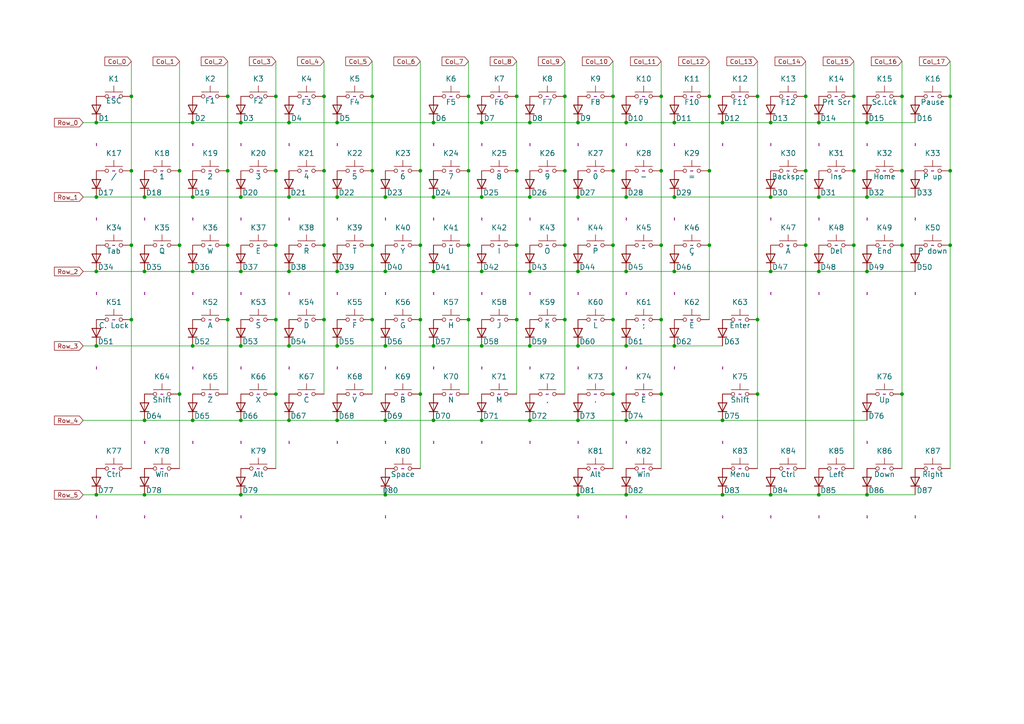
<source format=kicad_sch>
(kicad_sch (version 20211123) (generator eeschema)
  (paper "A4")
  (junction (at 80.01 49.53))
  (junction (at 167.64 143.51))
  (junction (at 261.62 71.12))
  (junction (at 52.07 71.12))
  (junction (at 66.04 71.12))
  (junction (at 177.8 114.3))
  (junction (at 111.76 57.15))
  (junction (at 97.79 121.92))
  (junction (at 38.1 49.53))
  (junction (at 80.01 114.3))
  (junction (at 191.77 27.94))
  (junction (at 163.83 71.12))
  (junction (at 261.62 49.53))
  (junction (at 139.7 78.74))
  (junction (at 205.74 71.12))
  (junction (at 177.8 27.94))
  (junction (at 205.74 49.53))
  (junction (at 135.89 71.12))
  (junction (at 107.95 49.53))
  (junction (at 139.7 100.33))
  (junction (at 209.55 143.51))
  (junction (at 38.1 27.94))
  (junction (at 83.82 57.15))
  (junction (at 55.88 100.33))
  (junction (at 181.61 57.15))
  (junction (at 125.73 35.56))
  (junction (at 237.49 143.51))
  (junction (at 139.7 121.92))
  (junction (at 237.49 35.56))
  (junction (at 251.46 78.74))
  (junction (at 66.04 49.53))
  (junction (at 111.76 78.74))
  (junction (at 38.1 92.71))
  (junction (at 97.79 57.15))
  (junction (at 195.58 78.74))
  (junction (at 167.64 57.15))
  (junction (at 41.91 143.51))
  (junction (at 181.61 78.74))
  (junction (at 83.82 35.56))
  (junction (at 219.71 27.94))
  (junction (at 66.04 92.71))
  (junction (at 41.91 121.92))
  (junction (at 107.95 27.94))
  (junction (at 181.61 143.51))
  (junction (at 97.79 78.74))
  (junction (at 275.59 49.53))
  (junction (at 247.65 49.53))
  (junction (at 93.98 92.71))
  (junction (at 163.83 49.53))
  (junction (at 233.68 71.12))
  (junction (at 251.46 35.56))
  (junction (at 69.85 57.15))
  (junction (at 83.82 121.92))
  (junction (at 125.73 57.15))
  (junction (at 191.77 114.3))
  (junction (at 83.82 100.33))
  (junction (at 69.85 121.92))
  (junction (at 153.67 57.15))
  (junction (at 181.61 100.33))
  (junction (at 219.71 92.71))
  (junction (at 149.86 49.53))
  (junction (at 247.65 27.94))
  (junction (at 121.92 114.3))
  (junction (at 149.86 92.71))
  (junction (at 97.79 35.56))
  (junction (at 93.98 71.12))
  (junction (at 209.55 35.56))
  (junction (at 139.7 57.15))
  (junction (at 69.85 100.33))
  (junction (at 223.52 143.51))
  (junction (at 69.85 35.56))
  (junction (at 80.01 27.94))
  (junction (at 153.67 100.33))
  (junction (at 80.01 71.12))
  (junction (at 181.61 121.92))
  (junction (at 83.82 78.74))
  (junction (at 251.46 57.15))
  (junction (at 121.92 71.12))
  (junction (at 191.77 71.12))
  (junction (at 135.89 27.94))
  (junction (at 111.76 143.51))
  (junction (at 55.88 121.92))
  (junction (at 111.76 121.92))
  (junction (at 177.8 71.12))
  (junction (at 223.52 57.15))
  (junction (at 153.67 78.74))
  (junction (at 149.86 27.94))
  (junction (at 251.46 143.51))
  (junction (at 191.77 92.71))
  (junction (at 27.94 100.33))
  (junction (at 275.59 27.94))
  (junction (at 93.98 27.94))
  (junction (at 167.64 78.74))
  (junction (at 181.61 35.56))
  (junction (at 52.07 114.3))
  (junction (at 163.83 92.71))
  (junction (at 209.55 121.92))
  (junction (at 125.73 78.74))
  (junction (at 41.91 57.15))
  (junction (at 153.67 121.92))
  (junction (at 41.91 78.74))
  (junction (at 275.59 71.12))
  (junction (at 80.01 92.71))
  (junction (at 247.65 71.12))
  (junction (at 125.73 100.33))
  (junction (at 195.58 100.33))
  (junction (at 153.67 35.56))
  (junction (at 233.68 27.94))
  (junction (at 97.79 100.33))
  (junction (at 167.64 35.56))
  (junction (at 55.88 78.74))
  (junction (at 55.88 57.15))
  (junction (at 261.62 114.3))
  (junction (at 38.1 71.12))
  (junction (at 27.94 78.74))
  (junction (at 125.73 121.92))
  (junction (at 121.92 92.71))
  (junction (at 191.77 49.53))
  (junction (at 27.94 57.15))
  (junction (at 163.83 27.94))
  (junction (at 223.52 35.56))
  (junction (at 237.49 78.74))
  (junction (at 27.94 35.56))
  (junction (at 27.94 143.51))
  (junction (at 139.7 35.56))
  (junction (at 205.74 27.94))
  (junction (at 195.58 35.56))
  (junction (at 135.89 92.71))
  (junction (at 195.58 57.15))
  (junction (at 93.98 49.53))
  (junction (at 135.89 49.53))
  (junction (at 52.07 49.53))
  (junction (at 69.85 143.51))
  (junction (at 55.88 35.56))
  (junction (at 219.71 114.3))
  (junction (at 177.8 49.53))
  (junction (at 66.04 27.94))
  (junction (at 167.64 100.33))
  (junction (at 261.62 27.94))
  (junction (at 149.86 71.12))
  (junction (at 107.95 92.71))
  (junction (at 69.85 78.74))
  (junction (at 223.52 78.74))
  (junction (at 121.92 49.53))
  (junction (at 237.49 57.15))
  (junction (at 177.8 92.71))
  (junction (at 107.95 71.12))
  (junction (at 111.76 100.33))
  (junction (at 167.64 121.92))
  (junction (at 233.68 49.53))
  (wire (pts (xy 223.52 35.56) (xy 237.49 35.56)))
  (wire (pts (xy 251.46 143.51) (xy 265.43 143.51)))
  (wire (pts (xy 55.88 78.74) (xy 69.85 78.74)))
  (wire (pts (xy 191.77 27.94) (xy 191.77 49.53)))
  (wire (pts (xy 125.73 57.15) (xy 139.7 57.15)))
  (wire (pts (xy 66.04 92.71) (xy 66.04 114.3)))
  (wire (pts (xy 149.86 71.12) (xy 149.86 92.71)))
  (wire (pts (xy 167.64 78.74) (xy 181.61 78.74)))
  (wire (pts (xy 191.77 49.53) (xy 191.77 71.12)))
  (wire (pts (xy 97.79 121.92) (xy 111.76 121.92)))
  (wire (pts (xy 163.83 71.12) (xy 163.83 92.71)))
  (wire (pts (xy 24.13 121.92) (xy 41.91 121.92)))
  (wire (pts (xy 233.68 27.94) (xy 233.68 49.53)))
  (wire (pts (xy 66.04 27.94) (xy 66.04 49.53)))
  (wire (pts (xy 149.86 92.71) (xy 149.86 114.3)))
  (wire (pts (xy 153.67 35.56) (xy 167.64 35.56)))
  (wire (pts (xy 167.64 121.92) (xy 181.61 121.92)))
  (wire (pts (xy 27.94 78.74) (xy 41.91 78.74)))
  (wire (pts (xy 139.7 57.15) (xy 153.67 57.15)))
  (wire (pts (xy 93.98 49.53) (xy 93.98 71.12)))
  (wire (pts (xy 83.82 57.15) (xy 97.79 57.15)))
  (wire (pts (xy 69.85 57.15) (xy 83.82 57.15)))
  (wire (pts (xy 80.01 71.12) (xy 80.01 92.71)))
  (wire (pts (xy 139.7 78.74) (xy 153.67 78.74)))
  (wire (pts (xy 52.07 71.12) (xy 52.07 114.3)))
  (wire (pts (xy 111.76 143.51) (xy 167.64 143.51)))
  (wire (pts (xy 195.58 78.74) (xy 223.52 78.74)))
  (wire (pts (xy 181.61 57.15) (xy 195.58 57.15)))
  (wire (pts (xy 55.88 57.15) (xy 69.85 57.15)))
  (wire (pts (xy 163.83 17.78) (xy 163.83 27.94)))
  (wire (pts (xy 219.71 92.71) (xy 219.71 114.3)))
  (wire (pts (xy 121.92 92.71) (xy 121.92 114.3)))
  (wire (pts (xy 121.92 114.3) (xy 121.92 135.89)))
  (wire (pts (xy 223.52 57.15) (xy 237.49 57.15)))
  (wire (pts (xy 205.74 17.78) (xy 205.74 27.94)))
  (wire (pts (xy 97.79 100.33) (xy 111.76 100.33)))
  (wire (pts (xy 69.85 35.56) (xy 83.82 35.56)))
  (wire (pts (xy 181.61 143.51) (xy 209.55 143.51)))
  (wire (pts (xy 93.98 27.94) (xy 93.98 49.53)))
  (wire (pts (xy 149.86 27.94) (xy 149.86 49.53)))
  (wire (pts (xy 80.01 49.53) (xy 80.01 71.12)))
  (wire (pts (xy 167.64 143.51) (xy 181.61 143.51)))
  (wire (pts (xy 153.67 100.33) (xy 167.64 100.33)))
  (wire (pts (xy 24.13 35.56) (xy 27.94 35.56)))
  (wire (pts (xy 93.98 92.71) (xy 93.98 114.3)))
  (wire (pts (xy 69.85 78.74) (xy 83.82 78.74)))
  (wire (pts (xy 223.52 143.51) (xy 237.49 143.51)))
  (wire (pts (xy 261.62 114.3) (xy 261.62 135.89)))
  (wire (pts (xy 247.65 27.94) (xy 247.65 49.53)))
  (wire (pts (xy 125.73 78.74) (xy 139.7 78.74)))
  (wire (pts (xy 251.46 35.56) (xy 265.43 35.56)))
  (wire (pts (xy 233.68 49.53) (xy 233.68 71.12)))
  (wire (pts (xy 135.89 92.71) (xy 135.89 114.3)))
  (wire (pts (xy 275.59 17.78) (xy 275.59 27.94)))
  (wire (pts (xy 41.91 78.74) (xy 55.88 78.74)))
  (wire (pts (xy 237.49 78.74) (xy 251.46 78.74)))
  (wire (pts (xy 38.1 27.94) (xy 38.1 49.53)))
  (wire (pts (xy 52.07 17.78) (xy 52.07 49.53)))
  (wire (pts (xy 261.62 17.78) (xy 261.62 27.94)))
  (wire (pts (xy 233.68 71.12) (xy 233.68 135.89)))
  (wire (pts (xy 163.83 49.53) (xy 163.83 71.12)))
  (wire (pts (xy 24.13 78.74) (xy 27.94 78.74)))
  (wire (pts (xy 66.04 71.12) (xy 66.04 92.71)))
  (wire (pts (xy 55.88 100.33) (xy 69.85 100.33)))
  (wire (pts (xy 135.89 27.94) (xy 135.89 49.53)))
  (wire (pts (xy 167.64 100.33) (xy 181.61 100.33)))
  (wire (pts (xy 121.92 17.78) (xy 121.92 49.53)))
  (wire (pts (xy 69.85 100.33) (xy 83.82 100.33)))
  (wire (pts (xy 209.55 35.56) (xy 223.52 35.56)))
  (wire (pts (xy 209.55 121.92) (xy 251.46 121.92)))
  (wire (pts (xy 38.1 71.12) (xy 38.1 92.71)))
  (wire (pts (xy 27.94 143.51) (xy 41.91 143.51)))
  (wire (pts (xy 80.01 92.71) (xy 80.01 114.3)))
  (wire (pts (xy 149.86 49.53) (xy 149.86 71.12)))
  (wire (pts (xy 121.92 71.12) (xy 121.92 92.71)))
  (wire (pts (xy 41.91 143.51) (xy 69.85 143.51)))
  (wire (pts (xy 139.7 100.33) (xy 153.67 100.33)))
  (wire (pts (xy 191.77 114.3) (xy 191.77 135.89)))
  (wire (pts (xy 69.85 143.51) (xy 111.76 143.51)))
  (wire (pts (xy 247.65 71.12) (xy 247.65 135.89)))
  (wire (pts (xy 177.8 71.12) (xy 177.8 92.71)))
  (wire (pts (xy 177.8 27.94) (xy 177.8 49.53)))
  (wire (pts (xy 191.77 71.12) (xy 191.77 92.71)))
  (wire (pts (xy 125.73 121.92) (xy 139.7 121.92)))
  (wire (pts (xy 55.88 35.56) (xy 69.85 35.56)))
  (wire (pts (xy 93.98 71.12) (xy 93.98 92.71)))
  (wire (pts (xy 237.49 35.56) (xy 251.46 35.56)))
  (wire (pts (xy 97.79 78.74) (xy 111.76 78.74)))
  (wire (pts (xy 107.95 92.71) (xy 107.95 114.3)))
  (wire (pts (xy 181.61 121.92) (xy 209.55 121.92)))
  (wire (pts (xy 275.59 71.12) (xy 275.59 135.89)))
  (wire (pts (xy 24.13 143.51) (xy 27.94 143.51)))
  (wire (pts (xy 153.67 78.74) (xy 167.64 78.74)))
  (wire (pts (xy 149.86 17.78) (xy 149.86 27.94)))
  (wire (pts (xy 237.49 143.51) (xy 251.46 143.51)))
  (wire (pts (xy 125.73 35.56) (xy 139.7 35.56)))
  (wire (pts (xy 275.59 49.53) (xy 275.59 71.12)))
  (wire (pts (xy 251.46 78.74) (xy 265.43 78.74)))
  (wire (pts (xy 167.64 35.56) (xy 181.61 35.56)))
  (wire (pts (xy 111.76 57.15) (xy 125.73 57.15)))
  (wire (pts (xy 83.82 35.56) (xy 97.79 35.56)))
  (wire (pts (xy 247.65 49.53) (xy 247.65 71.12)))
  (wire (pts (xy 261.62 71.12) (xy 261.62 114.3)))
  (wire (pts (xy 27.94 35.56) (xy 55.88 35.56)))
  (wire (pts (xy 27.94 100.33) (xy 55.88 100.33)))
  (wire (pts (xy 38.1 17.78) (xy 38.1 27.94)))
  (wire (pts (xy 66.04 49.53) (xy 66.04 71.12)))
  (wire (pts (xy 38.1 49.53) (xy 38.1 71.12)))
  (wire (pts (xy 261.62 27.94) (xy 261.62 49.53)))
  (wire (pts (xy 153.67 57.15) (xy 167.64 57.15)))
  (wire (pts (xy 181.61 100.33) (xy 195.58 100.33)))
  (wire (pts (xy 24.13 100.33) (xy 27.94 100.33)))
  (wire (pts (xy 111.76 100.33) (xy 125.73 100.33)))
  (wire (pts (xy 80.01 114.3) (xy 80.01 135.89)))
  (wire (pts (xy 219.71 17.78) (xy 219.71 27.94)))
  (wire (pts (xy 107.95 49.53) (xy 107.95 71.12)))
  (wire (pts (xy 275.59 27.94) (xy 275.59 49.53)))
  (wire (pts (xy 97.79 57.15) (xy 111.76 57.15)))
  (wire (pts (xy 139.7 121.92) (xy 153.67 121.92)))
  (wire (pts (xy 223.52 78.74) (xy 237.49 78.74)))
  (wire (pts (xy 191.77 92.71) (xy 191.77 114.3)))
  (wire (pts (xy 69.85 121.92) (xy 83.82 121.92)))
  (wire (pts (xy 163.83 27.94) (xy 163.83 49.53)))
  (wire (pts (xy 233.68 17.78) (xy 233.68 27.94)))
  (wire (pts (xy 181.61 35.56) (xy 195.58 35.56)))
  (wire (pts (xy 135.89 17.78) (xy 135.89 27.94)))
  (wire (pts (xy 83.82 78.74) (xy 97.79 78.74)))
  (wire (pts (xy 195.58 57.15) (xy 223.52 57.15)))
  (wire (pts (xy 237.49 57.15) (xy 251.46 57.15)))
  (wire (pts (xy 111.76 78.74) (xy 125.73 78.74)))
  (wire (pts (xy 41.91 57.15) (xy 55.88 57.15)))
  (wire (pts (xy 205.74 27.94) (xy 205.74 49.53)))
  (wire (pts (xy 52.07 49.53) (xy 52.07 71.12)))
  (wire (pts (xy 205.74 71.12) (xy 205.74 92.71)))
  (wire (pts (xy 121.92 49.53) (xy 121.92 71.12)))
  (wire (pts (xy 83.82 121.92) (xy 97.79 121.92)))
  (wire (pts (xy 41.91 121.92) (xy 55.88 121.92)))
  (wire (pts (xy 97.79 35.56) (xy 125.73 35.56)))
  (wire (pts (xy 24.13 57.15) (xy 27.94 57.15)))
  (wire (pts (xy 177.8 92.71) (xy 177.8 114.3)))
  (wire (pts (xy 107.95 17.78) (xy 107.95 27.94)))
  (wire (pts (xy 177.8 49.53) (xy 177.8 71.12)))
  (wire (pts (xy 251.46 57.15) (xy 265.43 57.15)))
  (wire (pts (xy 83.82 100.33) (xy 97.79 100.33)))
  (wire (pts (xy 219.71 114.3) (xy 219.71 135.89)))
  (wire (pts (xy 107.95 27.94) (xy 107.95 49.53)))
  (wire (pts (xy 125.73 100.33) (xy 139.7 100.33)))
  (wire (pts (xy 191.77 17.78) (xy 191.77 27.94)))
  (wire (pts (xy 261.62 49.53) (xy 261.62 71.12)))
  (wire (pts (xy 135.89 71.12) (xy 135.89 92.71)))
  (wire (pts (xy 219.71 27.94) (xy 219.71 92.71)))
  (wire (pts (xy 52.07 114.3) (xy 52.07 135.89)))
  (wire (pts (xy 38.1 92.71) (xy 38.1 135.89)))
  (wire (pts (xy 177.8 17.78) (xy 177.8 27.94)))
  (wire (pts (xy 27.94 57.15) (xy 41.91 57.15)))
  (wire (pts (xy 80.01 27.94) (xy 80.01 49.53)))
  (wire (pts (xy 139.7 35.56) (xy 153.67 35.56)))
  (wire (pts (xy 111.76 121.92) (xy 125.73 121.92)))
  (wire (pts (xy 80.01 17.78) (xy 80.01 27.94)))
  (wire (pts (xy 66.04 17.78) (xy 66.04 27.94)))
  (wire (pts (xy 107.95 71.12) (xy 107.95 92.71)))
  (wire (pts (xy 153.67 121.92) (xy 167.64 121.92)))
  (wire (pts (xy 93.98 17.78) (xy 93.98 27.94)))
  (wire (pts (xy 181.61 78.74) (xy 195.58 78.74)))
  (wire (pts (xy 135.89 49.53) (xy 135.89 71.12)))
  (wire (pts (xy 209.55 143.51) (xy 223.52 143.51)))
  (wire (pts (xy 55.88 121.92) (xy 69.85 121.92)))
  (wire (pts (xy 195.58 100.33) (xy 209.55 100.33)))
  (wire (pts (xy 167.64 57.15) (xy 181.61 57.15)))
  (wire (pts (xy 195.58 35.56) (xy 209.55 35.56)))
  (wire (pts (xy 177.8 114.3) (xy 177.8 135.89)))
  (wire (pts (xy 163.83 92.71) (xy 163.83 114.3)))
  (wire (pts (xy 205.74 49.53) (xy 205.74 71.12)))
  (wire (pts (xy 247.65 17.78) (xy 247.65 27.94)))
  (global_label "Col_9" (shape input) (at 163.83 17.78 180) (property "Références Inter-Feuilles" "${INTERSHEET_REFS}" (effects hide)))
  (global_label "Col_5" (shape input) (at 107.95 17.78 180) (property "Références Inter-Feuilles" "${INTERSHEET_REFS}" (effects hide)))
  (global_label "Col_6" (shape input) (at 121.92 17.78 180) (property "Références Inter-Feuilles" "${INTERSHEET_REFS}" (effects hide)))
  (global_label "Row_1" (shape input) (at 24.13 57.15 180) (property "Références Inter-Feuilles" "${INTERSHEET_REFS}" (effects hide)))
  (global_label "Col_2" (shape input) (at 66.04 17.78 180) (property "Références Inter-Feuilles" "${INTERSHEET_REFS}" (effects hide)))
  (global_label "Col_15" (shape input) (at 247.65 17.78 180) (property "Références Inter-Feuilles" "${INTERSHEET_REFS}" (effects hide)))
  (global_label "Col_7" (shape input) (at 135.89 17.78 180) (property "Références Inter-Feuilles" "${INTERSHEET_REFS}" (effects hide)))
  (global_label "Row_2" (shape input) (at 24.13 78.74 180) (property "Références Inter-Feuilles" "${INTERSHEET_REFS}" (effects hide)))
  (global_label "Col_0" (shape input) (at 38.1 17.78 180) (property "Références Inter-Feuilles" "${INTERSHEET_REFS}" (effects hide)))
  (global_label "Col_1" (shape input) (at 52.07 17.78 180) (property "Références Inter-Feuilles" "${INTERSHEET_REFS}" (effects hide)))
  (global_label "Col_4" (shape input) (at 93.98 17.78 180) (property "Références Inter-Feuilles" "${INTERSHEET_REFS}" (effects hide)))
  (global_label "Col_8" (shape input) (at 149.86 17.78 180) (property "Références Inter-Feuilles" "${INTERSHEET_REFS}" (effects hide)))
  (global_label "Row_3" (shape input) (at 24.13 100.33 180) (property "Références Inter-Feuilles" "${INTERSHEET_REFS}" (effects hide)))
  (global_label "Col_16" (shape input) (at 261.62 17.78 180) (property "Références Inter-Feuilles" "${INTERSHEET_REFS}" (effects hide)))
  (global_label "Col_12" (shape input) (at 205.74 17.78 180) (property "Références Inter-Feuilles" "${INTERSHEET_REFS}" (effects hide)))
  (global_label "Row_0" (shape input) (at 24.13 35.56 180) (property "Références Inter-Feuilles" "${INTERSHEET_REFS}" (effects hide)))
  (global_label "Col_3" (shape input) (at 80.01 17.78 180) (property "Références Inter-Feuilles" "${INTERSHEET_REFS}" (effects hide)))
  (global_label "Row_5" (shape input) (at 24.13 143.51 180) (property "Références Inter-Feuilles" "${INTERSHEET_REFS}" (effects hide)))
  (global_label "Col_13" (shape input) (at 219.71 17.78 180) (property "Références Inter-Feuilles" "${INTERSHEET_REFS}" (effects hide)))
  (global_label "Col_14" (shape input) (at 233.68 17.78 180) (property "Références Inter-Feuilles" "${INTERSHEET_REFS}" (effects hide)))
  (global_label "Col_10" (shape input) (at 177.8 17.78 180) (property "Références Inter-Feuilles" "${INTERSHEET_REFS}" (effects hide)))
  (global_label "Col_17" (shape input) (at 275.59 17.78 180) (property "Références Inter-Feuilles" "${INTERSHEET_REFS}" (effects hide)))
  (global_label "Col_11" (shape input) (at 191.77 17.78 180) (property "Références Inter-Feuilles" "${INTERSHEET_REFS}" (effects hide)))
  (global_label "Row_4" (shape input) (at 24.13 121.92 180) (property "Références Inter-Feuilles" "${INTERSHEET_REFS}" (effects hide)))
  (symbol (lib_id "Device:D") (at 139.7 118.11 270) (mirror x) (unit 1)
    (property "Reference" "D71" (at 144.78 120.65 90) (effects (font (size 1.524 1.524)) (justify right)))
    (property "Value" "D" (effects hide))
    (property "Footprint" "Diode_SMD:D_SOD-123" (effects hide))
    (property "Datasheet" "~" (at 139.7 128.27 0) (effects (font (size 1.524 1.524))))
  )
  (symbol (lib_id "Switch:SW_Push") (at 74.93 135.89 0) (mirror y) (unit 1)
    (property "Reference" "K79" (at 74.93 130.81 0) (effects (font (size 1.524 1.524))))
    (property "Value" "Alt" (at 74.93 138.43 0) (effects (font (size 1.524 1.524)) (justify bottom)))
    (property "Footprint" "Button_Switch_Keyboard:SW_Cherry_MX_1.00u_PCB" (effects hide))
    (property "Datasheet" "~" (at 74.93 135.89 0) (effects (font (size 1.524 1.524))))
  )
  (symbol (lib_id "Device:D") (at 153.67 53.34 270) (mirror x) (unit 1)
    (property "Reference" "D26" (at 158.75 55.88 90) (effects (font (size 1.524 1.524)) (justify right)))
    (property "Value" "D" (effects hide))
    (property "Footprint" "Diode_SMD:D_SOD-123" (effects hide))
    (property "Datasheet" "~" (at 153.67 63.5 0) (effects (font (size 1.524 1.524))))
  )
  (symbol (lib_id "Device:D") (at 27.94 139.7 270) (mirror x) (unit 1)
    (property "Reference" "D77" (at 33.02 142.24 90) (effects (font (size 1.524 1.524)) (justify right)))
    (property "Value" "D" (effects hide))
    (property "Footprint" "Diode_SMD:D_SOD-123" (effects hide))
    (property "Datasheet" "~" (at 27.94 149.86 0) (effects (font (size 1.524 1.524))))
  )
  (symbol (lib_id "Device:D") (at 41.91 53.34 270) (mirror x) (unit 1)
    (property "Reference" "D18" (at 46.99 55.88 90) (effects (font (size 1.524 1.524)) (justify right)))
    (property "Value" "D" (effects hide))
    (property "Footprint" "Diode_SMD:D_SOD-123" (effects hide))
    (property "Datasheet" "~" (at 41.91 63.5 0) (effects (font (size 1.524 1.524))))
  )
  (symbol (lib_id "Switch:SW_Push") (at 60.96 49.53 0) (mirror y) (unit 1)
    (property "Reference" "K19" (at 60.96 44.45 0) (effects (font (size 1.524 1.524))))
    (property "Value" "2" (at 60.96 52.07 0) (effects (font (size 1.524 1.524)) (justify bottom)))
    (property "Footprint" "Button_Switch_Keyboard:SW_Cherry_MX_1.00u_PCB" (effects hide))
    (property "Datasheet" "~" (at 60.96 49.53 0) (effects (font (size 1.524 1.524))))
  )
  (symbol (lib_id "Device:D") (at 97.79 96.52 270) (mirror x) (unit 1)
    (property "Reference" "D55" (at 102.87 99.06 90) (effects (font (size 1.524 1.524)) (justify right)))
    (property "Value" "D" (effects hide))
    (property "Footprint" "Diode_SMD:D_SOD-123" (effects hide))
    (property "Datasheet" "~" (at 97.79 106.68 0) (effects (font (size 1.524 1.524))))
  )
  (symbol (lib_id "Device:D") (at 139.7 96.52 270) (mirror x) (unit 1)
    (property "Reference" "D58" (at 144.78 99.06 90) (effects (font (size 1.524 1.524)) (justify right)))
    (property "Value" "D" (effects hide))
    (property "Footprint" "Diode_SMD:D_SOD-123" (effects hide))
    (property "Datasheet" "~" (at 139.7 106.68 0) (effects (font (size 1.524 1.524))))
  )
  (symbol (lib_id "Device:D") (at 125.73 74.93 270) (mirror x) (unit 1)
    (property "Reference" "D41" (at 130.81 77.47 90) (effects (font (size 1.524 1.524)) (justify right)))
    (property "Value" "D" (effects hide))
    (property "Footprint" "Diode_SMD:D_SOD-123" (effects hide))
    (property "Datasheet" "~" (at 125.73 85.09 0) (effects (font (size 1.524 1.524))))
  )
  (symbol (lib_id "Switch:SW_Push") (at 200.66 71.12 0) (mirror y) (unit 1)
    (property "Reference" "K46" (at 200.66 66.04 0) (effects (font (size 1.524 1.524))))
    (property "Value" "Ç" (at 200.66 73.66 0) (effects (font (size 1.524 1.524)) (justify bottom)))
    (property "Footprint" "Button_Switch_Keyboard:SW_Cherry_MX_1.00u_PCB" (effects hide))
    (property "Datasheet" "~" (at 200.66 71.12 0) (effects (font (size 1.524 1.524))))
  )
  (symbol (lib_id "Switch:SW_Push") (at 74.93 114.3 0) (mirror y) (unit 1)
    (property "Reference" "K66" (at 74.93 109.22 0) (effects (font (size 1.524 1.524))))
    (property "Value" "X" (at 74.93 116.84 0) (effects (font (size 1.524 1.524)) (justify bottom)))
    (property "Footprint" "Button_Switch_Keyboard:SW_Cherry_MX_1.00u_PCB" (effects hide))
    (property "Datasheet" "~" (at 74.93 114.3 0) (effects (font (size 1.524 1.524))))
  )
  (symbol (lib_id "Switch:SW_Push") (at 172.72 71.12 0) (mirror y) (unit 1)
    (property "Reference" "K44" (at 172.72 66.04 0) (effects (font (size 1.524 1.524))))
    (property "Value" "P" (at 172.72 73.66 0) (effects (font (size 1.524 1.524)) (justify bottom)))
    (property "Footprint" "Button_Switch_Keyboard:SW_Cherry_MX_1.00u_PCB" (effects hide))
    (property "Datasheet" "~" (at 172.72 71.12 0) (effects (font (size 1.524 1.524))))
  )
  (symbol (lib_id "Device:D") (at 27.94 96.52 270) (mirror x) (unit 1)
    (property "Reference" "D51" (at 33.02 99.06 90) (effects (font (size 1.524 1.524)) (justify right)))
    (property "Value" "D" (effects hide))
    (property "Footprint" "Diode_SMD:D_SOD-123" (effects hide))
    (property "Datasheet" "~" (at 27.94 106.68 0) (effects (font (size 1.524 1.524))))
  )
  (symbol (lib_id "Switch:SW_Push") (at 33.02 27.94 0) (mirror y) (unit 1)
    (property "Reference" "K1" (at 33.02 22.86 0) (effects (font (size 1.524 1.524))))
    (property "Value" "ESC" (at 33.02 29.21 0) (effects (font (size 1.524 1.524))))
    (property "Footprint" "Button_Switch_Keyboard:SW_Cherry_MX_1.00u_PCB" (effects hide))
    (property "Datasheet" "~" (at 33.02 27.94 0) (effects (font (size 1.524 1.524))))
  )
  (symbol (lib_id "Switch:SW_Push") (at 144.78 49.53 0) (mirror y) (unit 1)
    (property "Reference" "K25" (at 144.78 44.45 0) (effects (font (size 1.524 1.524))))
    (property "Value" "8" (at 144.78 52.07 0) (effects (font (size 1.524 1.524)) (justify bottom)))
    (property "Footprint" "Button_Switch_Keyboard:SW_Cherry_MX_1.00u_PCB" (effects hide))
    (property "Datasheet" "~" (at 144.78 49.53 0) (effects (font (size 1.524 1.524))))
  )
  (symbol (lib_id "Switch:SW_Push") (at 130.81 71.12 0) (mirror y) (unit 1)
    (property "Reference" "K41" (at 130.81 66.04 0) (effects (font (size 1.524 1.524))))
    (property "Value" "U" (at 130.81 73.66 0) (effects (font (size 1.524 1.524)) (justify bottom)))
    (property "Footprint" "Button_Switch_Keyboard:SW_Cherry_MX_1.00u_PCB" (effects hide))
    (property "Datasheet" "~" (at 130.81 71.12 0) (effects (font (size 1.524 1.524))))
  )
  (symbol (lib_id "Device:D") (at 181.61 53.34 270) (mirror x) (unit 1)
    (property "Reference" "D28" (at 186.69 55.88 90) (effects (font (size 1.524 1.524)) (justify right)))
    (property "Value" "D" (effects hide))
    (property "Footprint" "Diode_SMD:D_SOD-123" (effects hide))
    (property "Datasheet" "~" (at 181.61 63.5 0) (effects (font (size 1.524 1.524))))
  )
  (symbol (lib_id "Switch:SW_Push") (at 60.96 92.71 0) (mirror y) (unit 1)
    (property "Reference" "K52" (at 60.96 87.63 0) (effects (font (size 1.524 1.524))))
    (property "Value" "A" (at 60.96 95.25 0) (effects (font (size 1.524 1.524)) (justify bottom)))
    (property "Footprint" "Button_Switch_Keyboard:SW_Cherry_MX_1.00u_PCB" (effects hide))
    (property "Datasheet" "~" (at 60.96 92.71 0) (effects (font (size 1.524 1.524))))
  )
  (symbol (lib_id "Switch:SW_Push") (at 256.54 114.3 0) (mirror y) (unit 1)
    (property "Reference" "K76" (at 256.54 109.22 0) (effects (font (size 1.524 1.524))))
    (property "Value" "Up" (at 256.54 116.84 0) (effects (font (size 1.524 1.524)) (justify bottom)))
    (property "Footprint" "Button_Switch_Keyboard:SW_Cherry_MX_1.00u_PCB" (effects hide))
    (property "Datasheet" "~" (at 256.54 114.3 0) (effects (font (size 1.524 1.524))))
  )
  (symbol (lib_id "Switch:SW_Push") (at 116.84 114.3 0) (mirror y) (unit 1)
    (property "Reference" "K69" (at 116.84 109.22 0) (effects (font (size 1.524 1.524))))
    (property "Value" "B" (at 116.84 116.84 0) (effects (font (size 1.524 1.524)) (justify bottom)))
    (property "Footprint" "Button_Switch_Keyboard:SW_Cherry_MX_1.00u_PCB" (effects hide))
    (property "Datasheet" "~" (at 116.84 114.3 0) (effects (font (size 1.524 1.524))))
  )
  (symbol (lib_id "Switch:SW_Push") (at 242.57 27.94 0) (mirror y) (unit 1)
    (property "Reference" "K14" (at 242.57 22.86 0) (effects (font (size 1.524 1.524))))
    (property "Value" "Prt Scr" (at 242.57 30.48 0) (effects (font (size 1.524 1.524)) (justify bottom)))
    (property "Footprint" "Button_Switch_Keyboard:SW_Cherry_MX_1.00u_PCB" (effects hide))
    (property "Datasheet" "~" (at 242.57 27.94 0) (effects (font (size 1.524 1.524))))
  )
  (symbol (lib_id "Device:D") (at 125.73 53.34 270) (mirror x) (unit 1)
    (property "Reference" "D24" (at 130.81 55.88 90) (effects (font (size 1.524 1.524)) (justify right)))
    (property "Value" "D" (effects hide))
    (property "Footprint" "Diode_SMD:D_SOD-123" (effects hide))
    (property "Datasheet" "~" (at 125.73 63.5 0) (effects (font (size 1.524 1.524))))
  )
  (symbol (lib_id "Switch:SW_Push") (at 172.72 92.71 0) (mirror y) (unit 1)
    (property "Reference" "K60" (at 172.72 87.63 0) (effects (font (size 1.524 1.524))))
    (property "Value" "L" (at 172.72 95.25 0) (effects (font (size 1.524 1.524)) (justify bottom)))
    (property "Footprint" "Button_Switch_Keyboard:SW_Cherry_MX_1.00u_PCB" (effects hide))
    (property "Datasheet" "~" (at 172.72 92.71 0) (effects (font (size 1.524 1.524))))
  )
  (symbol (lib_id "Device:D") (at 27.94 53.34 270) (mirror x) (unit 1)
    (property "Reference" "D17" (at 33.02 55.88 90) (effects (font (size 1.524 1.524)) (justify right)))
    (property "Value" "D" (effects hide))
    (property "Footprint" "Diode_SMD:D_SOD-123" (effects hide))
    (property "Datasheet" "~" (at 27.94 63.5 0) (effects (font (size 1.524 1.524))))
  )
  (symbol (lib_id "Device:D") (at 55.88 53.34 270) (mirror x) (unit 1)
    (property "Reference" "D19" (at 60.96 55.88 90) (effects (font (size 1.524 1.524)) (justify right)))
    (property "Value" "D" (effects hide))
    (property "Footprint" "Diode_SMD:D_SOD-123" (effects hide))
    (property "Datasheet" "~" (at 55.88 63.5 0) (effects (font (size 1.524 1.524))))
  )
  (symbol (lib_id "Switch:SW_Push") (at 186.69 71.12 0) (mirror y) (unit 1)
    (property "Reference" "K45" (at 186.69 66.04 0) (effects (font (size 1.524 1.524))))
    (property "Value" "^" (at 186.69 73.66 0) (effects (font (size 1.524 1.524)) (justify bottom)))
    (property "Footprint" "Button_Switch_Keyboard:SW_Cherry_MX_1.00u_PCB" (effects hide))
    (property "Datasheet" "~" (at 186.69 71.12 0) (effects (font (size 1.524 1.524))))
  )
  (symbol (lib_id "Switch:SW_Push") (at 256.54 27.94 0) (mirror y) (unit 1)
    (property "Reference" "K15" (at 256.54 22.86 0) (effects (font (size 1.524 1.524))))
    (property "Value" "Sc.Lck" (at 256.54 30.48 0) (effects (font (size 1.524 1.524)) (justify bottom)))
    (property "Footprint" "Button_Switch_Keyboard:SW_Cherry_MX_1.00u_PCB" (effects hide))
    (property "Datasheet" "~" (at 256.54 27.94 0) (effects (font (size 1.524 1.524))))
  )
  (symbol (lib_id "Switch:SW_Push") (at 270.51 27.94 0) (mirror y) (unit 1)
    (property "Reference" "K16" (at 270.51 22.86 0) (effects (font (size 1.524 1.524))))
    (property "Value" "Pause" (at 270.51 30.48 0) (effects (font (size 1.524 1.524)) (justify bottom)))
    (property "Footprint" "Button_Switch_Keyboard:SW_Cherry_MX_1.00u_PCB" (effects hide))
    (property "Datasheet" "~" (at 270.51 27.94 0) (effects (font (size 1.524 1.524))))
  )
  (symbol (lib_id "Device:D") (at 111.76 74.93 270) (mirror x) (unit 1)
    (property "Reference" "D40" (at 116.84 77.47 90) (effects (font (size 1.524 1.524)) (justify right)))
    (property "Value" "D" (effects hide))
    (property "Footprint" "Diode_SMD:D_SOD-123" (effects hide))
    (property "Datasheet" "~" (at 111.76 85.09 0) (effects (font (size 1.524 1.524))))
  )
  (symbol (lib_id "Device:D") (at 181.61 31.75 270) (mirror x) (unit 1)
    (property "Reference" "D10" (at 186.69 34.29 90) (effects (font (size 1.524 1.524)) (justify right)))
    (property "Value" "D" (effects hide))
    (property "Footprint" "Diode_SMD:D_SOD-123" (effects hide))
    (property "Datasheet" "~" (at 181.61 41.91 0) (effects (font (size 1.524 1.524))))
  )
  (symbol (lib_id "Switch:SW_Push") (at 256.54 49.53 0) (mirror y) (unit 1)
    (property "Reference" "K32" (at 256.54 44.45 0) (effects (font (size 1.524 1.524))))
    (property "Value" "Home" (at 256.54 52.07 0) (effects (font (size 1.524 1.524)) (justify bottom)))
    (property "Footprint" "Button_Switch_Keyboard:SW_Cherry_MX_1.00u_PCB" (effects hide))
    (property "Datasheet" "~" (at 256.54 49.53 0) (effects (font (size 1.524 1.524))))
  )
  (symbol (lib_id "Device:D") (at 139.7 53.34 270) (mirror x) (unit 1)
    (property "Reference" "D25" (at 144.78 55.88 90) (effects (font (size 1.524 1.524)) (justify right)))
    (property "Value" "D" (effects hide))
    (property "Footprint" "Diode_SMD:D_SOD-123" (effects hide))
    (property "Datasheet" "~" (at 139.7 63.5 0) (effects (font (size 1.524 1.524))))
  )
  (symbol (lib_id "Switch:SW_Push") (at 33.02 92.71 0) (mirror y) (unit 1)
    (property "Reference" "K51" (at 33.02 87.63 0) (effects (font (size 1.524 1.524))))
    (property "Value" "C. Lock" (at 33.02 95.25 0) (effects (font (size 1.524 1.524)) (justify bottom)))
    (property "Footprint" "Button_Switch_Keyboard:SW_Cherry_MX_1.00u_PCB" (effects hide))
    (property "Datasheet" "~" (at 33.02 92.71 0) (effects (font (size 1.524 1.524))))
  )
  (symbol (lib_id "Device:D") (at 209.55 96.52 270) (mirror x) (unit 1)
    (property "Reference" "D63" (at 214.63 99.06 90) (effects (font (size 1.524 1.524)) (justify right)))
    (property "Value" "D" (effects hide))
    (property "Footprint" "Diode_SMD:D_SOD-123" (effects hide))
    (property "Datasheet" "~" (at 209.55 106.68 0) (effects (font (size 1.524 1.524))))
  )
  (symbol (lib_id "Device:D") (at 69.85 118.11 270) (mirror x) (unit 1)
    (property "Reference" "D66" (at 74.93 120.65 90) (effects (font (size 1.524 1.524)) (justify right)))
    (property "Value" "D" (effects hide))
    (property "Footprint" "Diode_SMD:D_SOD-123" (effects hide))
    (property "Datasheet" "~" (at 69.85 128.27 0) (effects (font (size 1.524 1.524))))
  )
  (symbol (lib_id "Device:D") (at 97.79 74.93 270) (mirror x) (unit 1)
    (property "Reference" "D39" (at 102.87 77.47 90) (effects (font (size 1.524 1.524)) (justify right)))
    (property "Value" "D" (effects hide))
    (property "Footprint" "Diode_SMD:D_SOD-123" (effects hide))
    (property "Datasheet" "~" (at 97.79 85.09 0) (effects (font (size 1.524 1.524))))
  )
  (symbol (lib_id "Switch:SW_Push") (at 116.84 71.12 0) (mirror y) (unit 1)
    (property "Reference" "K40" (at 116.84 66.04 0) (effects (font (size 1.524 1.524))))
    (property "Value" "Y" (at 116.84 73.66 0) (effects (font (size 1.524 1.524)) (justify bottom)))
    (property "Footprint" "Button_Switch_Keyboard:SW_Cherry_MX_1.00u_PCB" (effects hide))
    (property "Datasheet" "~" (at 116.84 71.12 0) (effects (font (size 1.524 1.524))))
  )
  (symbol (lib_id "Device:D") (at 167.64 139.7 270) (mirror x) (unit 1)
    (property "Reference" "D81" (at 172.72 142.24 90) (effects (font (size 1.524 1.524)) (justify right)))
    (property "Value" "D" (effects hide))
    (property "Footprint" "Diode_SMD:D_SOD-123" (effects hide))
    (property "Datasheet" "~" (at 167.64 149.86 0) (effects (font (size 1.524 1.524))))
  )
  (symbol (lib_id "Switch:SW_Push") (at 270.51 135.89 0) (mirror y) (unit 1)
    (property "Reference" "K87" (at 270.51 130.81 0) (effects (font (size 1.524 1.524))))
    (property "Value" "Right" (at 270.51 138.43 0) (effects (font (size 1.524 1.524)) (justify bottom)))
    (property "Footprint" "Button_Switch_Keyboard:SW_Cherry_MX_1.00u_PCB" (effects hide))
    (property "Datasheet" "~" (at 270.51 135.89 0) (effects (font (size 1.524 1.524))))
  )
  (symbol (lib_id "Switch:SW_Push") (at 186.69 135.89 0) (mirror y) (unit 1)
    (property "Reference" "K82" (at 186.69 130.81 0) (effects (font (size 1.524 1.524))))
    (property "Value" "Win" (at 186.69 138.43 0) (effects (font (size 1.524 1.524)) (justify bottom)))
    (property "Footprint" "Button_Switch_Keyboard:SW_Cherry_MX_1.00u_PCB" (effects hide))
    (property "Datasheet" "~" (at 186.69 135.89 0) (effects (font (size 1.524 1.524))))
  )
  (symbol (lib_id "Switch:SW_Push") (at 144.78 27.94 0) (mirror y) (unit 1)
    (property "Reference" "K7" (at 144.78 22.86 0) (effects (font (size 1.524 1.524))))
    (property "Value" "F6" (at 144.78 30.48 0) (effects (font (size 1.524 1.524)) (justify bottom)))
    (property "Footprint" "Button_Switch_Keyboard:SW_Cherry_MX_1.00u_PCB" (effects hide))
    (property "Datasheet" "~" (at 144.78 27.94 0) (effects (font (size 1.524 1.524))))
  )
  (symbol (lib_id "Device:D") (at 167.64 74.93 270) (mirror x) (unit 1)
    (property "Reference" "D44" (at 172.72 77.47 90) (effects (font (size 1.524 1.524)) (justify right)))
    (property "Value" "D" (effects hide))
    (property "Footprint" "Diode_SMD:D_SOD-123" (effects hide))
    (property "Datasheet" "~" (at 167.64 85.09 0) (effects (font (size 1.524 1.524))))
  )
  (symbol (lib_id "Device:D") (at 69.85 74.93 270) (mirror x) (unit 1)
    (property "Reference" "D37" (at 74.93 77.47 90) (effects (font (size 1.524 1.524)) (justify right)))
    (property "Value" "D" (effects hide))
    (property "Footprint" "Diode_SMD:D_SOD-123" (effects hide))
    (property "Datasheet" "~" (at 69.85 85.09 0) (effects (font (size 1.524 1.524))))
  )
  (symbol (lib_id "Device:D") (at 251.46 53.34 270) (mirror x) (unit 1)
    (property "Reference" "D32" (at 256.54 55.88 90) (effects (font (size 1.524 1.524)) (justify right)))
    (property "Value" "D" (effects hide))
    (property "Footprint" "Diode_SMD:D_SOD-123" (effects hide))
    (property "Datasheet" "~" (at 251.46 63.5 0) (effects (font (size 1.524 1.524))))
  )
  (symbol (lib_id "Switch:SW_Push") (at 74.93 27.94 0) (mirror y) (unit 1)
    (property "Reference" "K3" (at 74.93 22.86 0) (effects (font (size 1.524 1.524))))
    (property "Value" "F2" (at 74.93 29.21 0) (effects (font (size 1.524 1.524))))
    (property "Footprint" "Button_Switch_Keyboard:SW_Cherry_MX_1.00u_PCB" (effects hide))
    (property "Datasheet" "~" (at 74.93 27.94 0) (effects (font (size 1.524 1.524))))
  )
  (symbol (lib_id "Switch:SW_Push") (at 46.99 135.89 0) (mirror y) (unit 1)
    (property "Reference" "K78" (at 46.99 130.81 0) (effects (font (size 1.524 1.524))))
    (property "Value" "Win" (at 46.99 138.43 0) (effects (font (size 1.524 1.524)) (justify bottom)))
    (property "Footprint" "Button_Switch_Keyboard:SW_Cherry_MX_1.00u_PCB" (effects hide))
    (property "Datasheet" "~" (at 46.99 135.89 0) (effects (font (size 1.524 1.524))))
  )
  (symbol (lib_id "Switch:SW_Push") (at 242.57 71.12 0) (mirror y) (unit 1)
    (property "Reference" "K48" (at 242.57 66.04 0) (effects (font (size 1.524 1.524))))
    (property "Value" "Del" (at 242.57 73.66 0) (effects (font (size 1.524 1.524)) (justify bottom)))
    (property "Footprint" "Button_Switch_Keyboard:SW_Cherry_MX_1.00u_PCB" (effects hide))
    (property "Datasheet" "~" (at 242.57 71.12 0) (effects (font (size 1.524 1.524))))
  )
  (symbol (lib_id "Switch:SW_Push") (at 74.93 71.12 0) (mirror y) (unit 1)
    (property "Reference" "K37" (at 74.93 66.04 0) (effects (font (size 1.524 1.524))))
    (property "Value" "E" (at 74.93 73.66 0) (effects (font (size 1.524 1.524)) (justify bottom)))
    (property "Footprint" "Button_Switch_Keyboard:SW_Cherry_MX_1.00u_PCB" (effects hide))
    (property "Datasheet" "~" (at 74.93 71.12 0) (effects (font (size 1.524 1.524))))
  )
  (symbol (lib_id "Device:D") (at 83.82 96.52 270) (mirror x) (unit 1)
    (property "Reference" "D54" (at 88.9 99.06 90) (effects (font (size 1.524 1.524)) (justify right)))
    (property "Value" "D" (effects hide))
    (property "Footprint" "Diode_SMD:D_SOD-123" (effects hide))
    (property "Datasheet" "~" (at 83.82 106.68 0) (effects (font (size 1.524 1.524))))
  )
  (symbol (lib_id "Switch:SW_Push") (at 242.57 135.89 0) (mirror y) (unit 1)
    (property "Reference" "K85" (at 242.57 130.81 0) (effects (font (size 1.524 1.524))))
    (property "Value" "Left" (at 242.57 138.43 0) (effects (font (size 1.524 1.524)) (justify bottom)))
    (property "Footprint" "Button_Switch_Keyboard:SW_Cherry_MX_1.00u_PCB" (effects hide))
    (property "Datasheet" "~" (at 242.57 135.89 0) (effects (font (size 1.524 1.524))))
  )
  (symbol (lib_id "Device:D") (at 41.91 139.7 270) (mirror x) (unit 1)
    (property "Reference" "D78" (at 46.99 142.24 90) (effects (font (size 1.524 1.524)) (justify right)))
    (property "Value" "D" (effects hide))
    (property "Footprint" "Diode_SMD:D_SOD-123" (effects hide))
    (property "Datasheet" "~" (at 41.91 149.86 0) (effects (font (size 1.524 1.524))))
  )
  (symbol (lib_id "Device:D") (at 97.79 53.34 270) (mirror x) (unit 1)
    (property "Reference" "D22" (at 102.87 55.88 90) (effects (font (size 1.524 1.524)) (justify right)))
    (property "Value" "D" (effects hide))
    (property "Footprint" "Diode_SMD:D_SOD-123" (effects hide))
    (property "Datasheet" "~" (at 97.79 63.5 0) (effects (font (size 1.524 1.524))))
  )
  (symbol (lib_id "Device:D") (at 111.76 96.52 270) (mirror x) (unit 1)
    (property "Reference" "D56" (at 116.84 99.06 90) (effects (font (size 1.524 1.524)) (justify right)))
    (property "Value" "D" (effects hide))
    (property "Footprint" "Diode_SMD:D_SOD-123" (effects hide))
    (property "Datasheet" "~" (at 111.76 106.68 0) (effects (font (size 1.524 1.524))))
  )
  (symbol (lib_id "Switch:SW_Push") (at 144.78 92.71 0) (mirror y) (unit 1)
    (property "Reference" "K58" (at 144.78 87.63 0) (effects (font (size 1.524 1.524))))
    (property "Value" "J" (at 144.78 95.25 0) (effects (font (size 1.524 1.524)) (justify bottom)))
    (property "Footprint" "Button_Switch_Keyboard:SW_Cherry_MX_1.00u_PCB" (effects hide))
    (property "Datasheet" "~" (at 144.78 92.71 0) (effects (font (size 1.524 1.524))))
  )
  (symbol (lib_id "Device:D") (at 265.43 53.34 270) (mirror x) (unit 1)
    (property "Reference" "D33" (at 270.51 55.88 90) (effects (font (size 1.524 1.524)) (justify right)))
    (property "Value" "D" (effects hide))
    (property "Footprint" "Diode_SMD:D_SOD-123" (effects hide))
    (property "Datasheet" "~" (at 265.43 63.5 0) (effects (font (size 1.524 1.524))))
  )
  (symbol (lib_id "Device:D") (at 237.49 139.7 270) (mirror x) (unit 1)
    (property "Reference" "D85" (at 242.57 142.24 90) (effects (font (size 1.524 1.524)) (justify right)))
    (property "Value" "D" (effects hide))
    (property "Footprint" "Diode_SMD:D_SOD-123" (effects hide))
    (property "Datasheet" "~" (at 237.49 149.86 0) (effects (font (size 1.524 1.524))))
  )
  (symbol (lib_id "Switch:SW_Push") (at 102.87 49.53 0) (mirror y) (unit 1)
    (property "Reference" "K22" (at 102.87 44.45 0) (effects (font (size 1.524 1.524))))
    (property "Value" "5" (at 102.87 52.07 0) (effects (font (size 1.524 1.524)) (justify bottom)))
    (property "Footprint" "Button_Switch_Keyboard:SW_Cherry_MX_1.00u_PCB" (effects hide))
    (property "Datasheet" "~" (at 102.87 49.53 0) (effects (font (size 1.524 1.524))))
  )
  (symbol (lib_id "Device:D") (at 125.73 118.11 270) (mirror x) (unit 1)
    (property "Reference" "D70" (at 130.81 120.65 90) (effects (font (size 1.524 1.524)) (justify right)))
    (property "Value" "D" (effects hide))
    (property "Footprint" "Diode_SMD:D_SOD-123" (effects hide))
    (property "Datasheet" "~" (at 125.73 128.27 0) (effects (font (size 1.524 1.524))))
  )
  (symbol (lib_id "Device:D") (at 27.94 74.93 270) (mirror x) (unit 1)
    (property "Reference" "D34" (at 33.02 77.47 90) (effects (font (size 1.524 1.524)) (justify right)))
    (property "Value" "D" (effects hide))
    (property "Footprint" "Diode_SMD:D_SOD-123" (effects hide))
    (property "Datasheet" "~" (at 27.94 85.09 0) (effects (font (size 1.524 1.524))))
  )
  (symbol (lib_id "Switch:SW_Push") (at 214.63 135.89 0) (mirror y) (unit 1)
    (property "Reference" "K83" (at 214.63 130.81 0) (effects (font (size 1.524 1.524))))
    (property "Value" "Menu" (at 214.63 138.43 0) (effects (font (size 1.524 1.524)) (justify bottom)))
    (property "Footprint" "Button_Switch_Keyboard:SW_Cherry_MX_1.00u_PCB" (effects hide))
    (property "Datasheet" "~" (at 214.63 135.89 0) (effects (font (size 1.524 1.524))))
  )
  (symbol (lib_id "Switch:SW_Push") (at 158.75 49.53 0) (mirror y) (unit 1)
    (property "Reference" "K26" (at 158.75 44.45 0) (effects (font (size 1.524 1.524))))
    (property "Value" "9" (at 158.75 52.07 0) (effects (font (size 1.524 1.524)) (justify bottom)))
    (property "Footprint" "Button_Switch_Keyboard:SW_Cherry_MX_1.00u_PCB" (effects hide))
    (property "Datasheet" "~" (at 158.75 49.53 0) (effects (font (size 1.524 1.524))))
  )
  (symbol (lib_id "Switch:SW_Push") (at 172.72 135.89 0) (mirror y) (unit 1)
    (property "Reference" "K81" (at 172.72 130.81 0) (effects (font (size 1.524 1.524))))
    (property "Value" "Alt" (at 172.72 138.43 0) (effects (font (size 1.524 1.524)) (justify bottom)))
    (property "Footprint" "Button_Switch_Keyboard:SW_Cherry_MX_1.00u_PCB" (effects hide))
    (property "Datasheet" "~" (at 172.72 135.89 0) (effects (font (size 1.524 1.524))))
  )
  (symbol (lib_id "Switch:SW_Push") (at 46.99 49.53 0) (mirror y) (unit 1)
    (property "Reference" "K18" (at 46.99 44.45 0) (effects (font (size 1.524 1.524))))
    (property "Value" "1" (at 46.99 52.07 0) (effects (font (size 1.524 1.524)) (justify bottom)))
    (property "Footprint" "Button_Switch_Keyboard:SW_Cherry_MX_1.00u_PCB" (effects hide))
    (property "Datasheet" "~" (at 46.99 49.53 0) (effects (font (size 1.524 1.524))))
  )
  (symbol (lib_id "Device:D") (at 69.85 53.34 270) (mirror x) (unit 1)
    (property "Reference" "D20" (at 74.93 55.88 90) (effects (font (size 1.524 1.524)) (justify right)))
    (property "Value" "D" (effects hide))
    (property "Footprint" "Diode_SMD:D_SOD-123" (effects hide))
    (property "Datasheet" "~" (at 69.85 63.5 0) (effects (font (size 1.524 1.524))))
  )
  (symbol (lib_id "Switch:SW_Push") (at 102.87 114.3 0) (mirror y) (unit 1)
    (property "Reference" "K68" (at 102.87 109.22 0) (effects (font (size 1.524 1.524))))
    (property "Value" "V" (at 102.87 116.84 0) (effects (font (size 1.524 1.524)) (justify bottom)))
    (property "Footprint" "Button_Switch_Keyboard:SW_Cherry_MX_1.00u_PCB" (effects hide))
    (property "Datasheet" "~" (at 102.87 114.3 0) (effects (font (size 1.524 1.524))))
  )
  (symbol (lib_id "Device:D") (at 55.88 96.52 270) (mirror x) (unit 1)
    (property "Reference" "D52" (at 60.96 99.06 90) (effects (font (size 1.524 1.524)) (justify right)))
    (property "Value" "D" (effects hide))
    (property "Footprint" "Diode_SMD:D_SOD-123" (effects hide))
    (property "Datasheet" "~" (at 55.88 106.68 0) (effects (font (size 1.524 1.524))))
  )
  (symbol (lib_id "Switch:SW_Push") (at 130.81 92.71 0) (mirror y) (unit 1)
    (property "Reference" "K57" (at 130.81 87.63 0) (effects (font (size 1.524 1.524))))
    (property "Value" "H" (at 130.81 95.25 0) (effects (font (size 1.524 1.524)) (justify bottom)))
    (property "Footprint" "Button_Switch_Keyboard:SW_Cherry_MX_1.00u_PCB" (effects hide))
    (property "Datasheet" "~" (at 130.81 92.71 0) (effects (font (size 1.524 1.524))))
  )
  (symbol (lib_id "Switch:SW_Push") (at 60.96 71.12 0) (mirror y) (unit 1)
    (property "Reference" "K36" (at 60.96 66.04 0) (effects (font (size 1.524 1.524))))
    (property "Value" "W" (at 60.96 73.66 0) (effects (font (size 1.524 1.524)) (justify bottom)))
    (property "Footprint" "Button_Switch_Keyboard:SW_Cherry_MX_1.00u_PCB" (effects hide))
    (property "Datasheet" "~" (at 60.96 71.12 0) (effects (font (size 1.524 1.524))))
  )
  (symbol (lib_id "Switch:SW_Push") (at 172.72 27.94 0) (mirror y) (unit 1)
    (property "Reference" "K9" (at 172.72 22.86 0) (effects (font (size 1.524 1.524))))
    (property "Value" "F8" (at 172.72 30.48 0) (effects (font (size 1.524 1.524)) (justify bottom)))
    (property "Footprint" "Button_Switch_Keyboard:SW_Cherry_MX_1.00u_PCB" (effects hide))
    (property "Datasheet" "~" (at 172.72 27.94 0) (effects (font (size 1.524 1.524))))
  )
  (symbol (lib_id "Device:D") (at 251.46 118.11 270) (mirror x) (unit 1)
    (property "Reference" "D76" (at 256.54 120.65 90) (effects (font (size 1.524 1.524)) (justify right)))
    (property "Value" "D" (effects hide))
    (property "Footprint" "Diode_SMD:D_SOD-123" (effects hide))
    (property "Datasheet" "~" (at 251.46 128.27 0) (effects (font (size 1.524 1.524))))
  )
  (symbol (lib_id "Device:D") (at 69.85 31.75 270) (mirror x) (unit 1)
    (property "Reference" "D3" (at 73.66 34.29 90) (effects (font (size 1.524 1.524)) (justify right)))
    (property "Value" "D" (effects hide))
    (property "Footprint" "Diode_SMD:D_SOD-123" (effects hide))
    (property "Datasheet" "~" (at 69.85 41.91 0) (effects (font (size 1.524 1.524))))
  )
  (symbol (lib_id "Switch:SW_Push") (at 172.72 49.53 0) (mirror y) (unit 1)
    (property "Reference" "K27" (at 172.72 44.45 0) (effects (font (size 1.524 1.524))))
    (property "Value" "0" (at 172.72 52.07 0) (effects (font (size 1.524 1.524)) (justify bottom)))
    (property "Footprint" "Button_Switch_Keyboard:SW_Cherry_MX_1.00u_PCB" (effects hide))
    (property "Datasheet" "~" (at 172.72 49.53 0) (effects (font (size 1.524 1.524))))
  )
  (symbol (lib_id "Switch:SW_Push") (at 214.63 92.71 0) (mirror y) (unit 1)
    (property "Reference" "K63" (at 214.63 87.63 0) (effects (font (size 1.524 1.524))))
    (property "Value" "Enter" (at 214.63 95.25 0) (effects (font (size 1.524 1.524)) (justify bottom)))
    (property "Footprint" "Button_Switch_Keyboard:SW_Cherry_MX_1.00u_PCB" (effects hide))
    (property "Datasheet" "~" (at 214.63 92.71 0) (effects (font (size 1.524 1.524))))
  )
  (symbol (lib_id "Switch:SW_Push") (at 33.02 49.53 0) (mirror y) (unit 1)
    (property "Reference" "K17" (at 33.02 44.45 0) (effects (font (size 1.524 1.524))))
    (property "Value" "/" (at 33.02 52.07 0) (effects (font (size 1.524 1.524)) (justify bottom)))
    (property "Footprint" "Button_Switch_Keyboard:SW_Cherry_MX_1.00u_PCB" (effects hide))
    (property "Datasheet" "~" (at 33.02 49.53 0) (effects (font (size 1.524 1.524))))
  )
  (symbol (lib_id "Device:D") (at 153.67 96.52 270) (mirror x) (unit 1)
    (property "Reference" "D59" (at 158.75 99.06 90) (effects (font (size 1.524 1.524)) (justify right)))
    (property "Value" "D" (effects hide))
    (property "Footprint" "Diode_SMD:D_SOD-123" (effects hide))
    (property "Datasheet" "~" (at 153.67 106.68 0) (effects (font (size 1.524 1.524))))
  )
  (symbol (lib_id "Switch:SW_Push") (at 158.75 27.94 0) (mirror y) (unit 1)
    (property "Reference" "K8" (at 158.75 22.86 0) (effects (font (size 1.524 1.524))))
    (property "Value" "F7" (at 158.75 30.48 0) (effects (font (size 1.524 1.524)) (justify bottom)))
    (property "Footprint" "Button_Switch_Keyboard:SW_Cherry_MX_1.00u_PCB" (effects hide))
    (property "Datasheet" "~" (at 158.75 27.94 0) (effects (font (size 1.524 1.524))))
  )
  (symbol (lib_id "Device:D") (at 125.73 31.75 270) (mirror x) (unit 1)
    (property "Reference" "D6" (at 129.54 34.29 90) (effects (font (size 1.524 1.524)) (justify right)))
    (property "Value" "D" (effects hide))
    (property "Footprint" "Diode_SMD:D_SOD-123" (effects hide))
    (property "Datasheet" "~" (at 125.73 41.91 0) (effects (font (size 1.524 1.524))))
  )
  (symbol (lib_id "Switch:SW_Push") (at 158.75 114.3 0) (mirror y) (unit 1)
    (property "Reference" "K72" (at 158.75 109.22 0) (effects (font (size 1.524 1.524))))
    (property "Value" "," (at 158.75 116.84 0) (effects (font (size 1.524 1.524)) (justify bottom)))
    (property "Footprint" "Button_Switch_Keyboard:SW_Cherry_MX_1.00u_PCB" (effects hide))
    (property "Datasheet" "~" (at 158.75 114.3 0) (effects (font (size 1.524 1.524))))
  )
  (symbol (lib_id "Device:D") (at 209.55 31.75 270) (mirror x) (unit 1)
    (property "Reference" "D12" (at 214.63 34.29 90) (effects (font (size 1.524 1.524)) (justify right)))
    (property "Value" "D" (effects hide))
    (property "Footprint" "Diode_SMD:D_SOD-123" (effects hide))
    (property "Datasheet" "~" (at 209.55 41.91 0) (effects (font (size 1.524 1.524))))
  )
  (symbol (lib_id "Device:D") (at 167.64 31.75 270) (mirror x) (unit 1)
    (property "Reference" "D9" (at 171.45 34.29 90) (effects (font (size 1.524 1.524)) (justify right)))
    (property "Value" "D" (effects hide))
    (property "Footprint" "Diode_SMD:D_SOD-123" (effects hide))
    (property "Datasheet" "~" (at 167.64 41.91 0) (effects (font (size 1.524 1.524))))
  )
  (symbol (lib_id "Device:D") (at 69.85 139.7 270) (mirror x) (unit 1)
    (property "Reference" "D79" (at 74.93 142.24 90) (effects (font (size 1.524 1.524)) (justify right)))
    (property "Value" "D" (effects hide))
    (property "Footprint" "Diode_SMD:D_SOD-123" (effects hide))
    (property "Datasheet" "~" (at 69.85 149.86 0) (effects (font (size 1.524 1.524))))
  )
  (symbol (lib_id "Switch:SW_Push") (at 158.75 92.71 0) (mirror y) (unit 1)
    (property "Reference" "K59" (at 158.75 87.63 0) (effects (font (size 1.524 1.524))))
    (property "Value" "K" (at 158.75 95.25 0) (effects (font (size 1.524 1.524)) (justify bottom)))
    (property "Footprint" "Button_Switch_Keyboard:SW_Cherry_MX_1.00u_PCB" (effects hide))
    (property "Datasheet" "~" (at 158.75 92.71 0) (effects (font (size 1.524 1.524))))
  )
  (symbol (lib_id "Device:D") (at 237.49 74.93 270) (mirror x) (unit 1)
    (property "Reference" "D48" (at 242.57 77.47 90) (effects (font (size 1.524 1.524)) (justify right)))
    (property "Value" "D" (effects hide))
    (property "Footprint" "Diode_SMD:D_SOD-123" (effects hide))
    (property "Datasheet" "~" (at 237.49 85.09 0) (effects (font (size 1.524 1.524))))
  )
  (symbol (lib_id "Switch:SW_Push") (at 144.78 71.12 0) (mirror y) (unit 1)
    (property "Reference" "K42" (at 144.78 66.04 0) (effects (font (size 1.524 1.524))))
    (property "Value" "I" (at 144.78 73.66 0) (effects (font (size 1.524 1.524)) (justify bottom)))
    (property "Footprint" "Button_Switch_Keyboard:SW_Cherry_MX_1.00u_PCB" (effects hide))
    (property "Datasheet" "~" (at 144.78 71.12 0) (effects (font (size 1.524 1.524))))
  )
  (symbol (lib_id "Switch:SW_Push") (at 116.84 92.71 0) (mirror y) (unit 1)
    (property "Reference" "K56" (at 116.84 87.63 0) (effects (font (size 1.524 1.524))))
    (property "Value" "G" (at 116.84 95.25 0) (effects (font (size 1.524 1.524)) (justify bottom)))
    (property "Footprint" "Button_Switch_Keyboard:SW_Cherry_MX_1.00u_PCB" (effects hide))
    (property "Datasheet" "~" (at 116.84 92.71 0) (effects (font (size 1.524 1.524))))
  )
  (symbol (lib_id "Switch:SW_Push") (at 214.63 114.3 0) (mirror y) (unit 1)
    (property "Reference" "K75" (at 214.63 109.22 0) (effects (font (size 1.524 1.524))))
    (property "Value" "Shift" (at 214.63 116.84 0) (effects (font (size 1.524 1.524)) (justify bottom)))
    (property "Footprint" "Button_Switch_Keyboard:SW_Cherry_MX_1.00u_PCB" (effects hide))
    (property "Datasheet" "~" (at 214.63 114.3 0) (effects (font (size 1.524 1.524))))
  )
  (symbol (lib_id "Device:D") (at 41.91 118.11 270) (mirror x) (unit 1)
    (property "Reference" "D64" (at 46.99 120.65 90) (effects (font (size 1.524 1.524)) (justify right)))
    (property "Value" "D" (effects hide))
    (property "Footprint" "Diode_SMD:D_SOD-123" (effects hide))
    (property "Datasheet" "~" (at 41.91 128.27 0) (effects (font (size 1.524 1.524))))
  )
  (symbol (lib_id "Switch:SW_Push") (at 228.6 27.94 0) (mirror y) (unit 1)
    (property "Reference" "K13" (at 228.6 22.86 0) (effects (font (size 1.524 1.524))))
    (property "Value" "F12" (at 228.6 30.48 0) (effects (font (size 1.524 1.524)) (justify bottom)))
    (property "Footprint" "Button_Switch_Keyboard:SW_Cherry_MX_1.00u_PCB" (effects hide))
    (property "Datasheet" "~" (at 228.6 27.94 0) (effects (font (size 1.524 1.524))))
  )
  (symbol (lib_id "Device:D") (at 69.85 96.52 270) (mirror x) (unit 1)
    (property "Reference" "D53" (at 74.93 99.06 90) (effects (font (size 1.524 1.524)) (justify right)))
    (property "Value" "D" (effects hide))
    (property "Footprint" "Diode_SMD:D_SOD-123" (effects hide))
    (property "Datasheet" "~" (at 69.85 106.68 0) (effects (font (size 1.524 1.524))))
  )
  (symbol (lib_id "Switch:SW_Push") (at 102.87 27.94 0) (mirror y) (unit 1)
    (property "Reference" "K5" (at 102.87 22.86 0) (effects (font (size 1.524 1.524))))
    (property "Value" "F4" (at 102.87 30.48 0) (effects (font (size 1.524 1.524)) (justify bottom)))
    (property "Footprint" "Button_Switch_Keyboard:SW_Cherry_MX_1.00u_PCB" (effects hide))
    (property "Datasheet" "~" (at 102.87 27.94 0) (effects (font (size 1.524 1.524))))
  )
  (symbol (lib_id "Device:D") (at 223.52 139.7 270) (mirror x) (unit 1)
    (property "Reference" "D84" (at 228.6 142.24 90) (effects (font (size 1.524 1.524)) (justify right)))
    (property "Value" "D" (effects hide))
    (property "Footprint" "Diode_SMD:D_SOD-123" (effects hide))
    (property "Datasheet" "~" (at 223.52 149.86 0) (effects (font (size 1.524 1.524))))
  )
  (symbol (lib_id "Device:D") (at 265.43 31.75 270) (mirror x) (unit 1)
    (property "Reference" "D16" (at 270.51 34.29 90) (effects (font (size 1.524 1.524)) (justify right)))
    (property "Value" "D" (effects hide))
    (property "Footprint" "Diode_SMD:D_SOD-123" (effects hide))
    (property "Datasheet" "~" (at 265.43 41.91 0) (effects (font (size 1.524 1.524))))
  )
  (symbol (lib_id "Switch:SW_Push") (at 60.96 27.94 0) (mirror y) (unit 1)
    (property "Reference" "K2" (at 60.96 22.86 0) (effects (font (size 1.524 1.524))))
    (property "Value" "F1" (at 60.96 29.21 0) (effects (font (size 1.524 1.524))))
    (property "Footprint" "Button_Switch_Keyboard:SW_Cherry_MX_1.00u_PCB" (effects hide))
    (property "Datasheet" "~" (at 60.96 27.94 0) (effects (font (size 1.524 1.524))))
  )
  (symbol (lib_id "Device:D") (at 237.49 31.75 270) (mirror x) (unit 1)
    (property "Reference" "D14" (at 242.57 34.29 90) (effects (font (size 1.524 1.524)) (justify right)))
    (property "Value" "D" (effects hide))
    (property "Footprint" "Diode_SMD:D_SOD-123" (effects hide))
    (property "Datasheet" "~" (at 237.49 41.91 0) (effects (font (size 1.524 1.524))))
  )
  (symbol (lib_id "Switch:SW_Push") (at 60.96 114.3 0) (mirror y) (unit 1)
    (property "Reference" "K65" (at 60.96 109.22 0) (effects (font (size 1.524 1.524))))
    (property "Value" "Z" (at 60.96 116.84 0) (effects (font (size 1.524 1.524)) (justify bottom)))
    (property "Footprint" "Button_Switch_Keyboard:SW_Cherry_MX_1.00u_PCB" (effects hide))
    (property "Datasheet" "~" (at 60.96 114.3 0) (effects (font (size 1.524 1.524))))
  )
  (symbol (lib_id "Device:D") (at 97.79 31.75 270) (mirror x) (unit 1)
    (property "Reference" "D5" (at 101.6 34.29 90) (effects (font (size 1.524 1.524)) (justify right)))
    (property "Value" "D" (effects hide))
    (property "Footprint" "Diode_SMD:D_SOD-123" (effects hide))
    (property "Datasheet" "~" (at 97.79 41.91 0) (effects (font (size 1.524 1.524))))
  )
  (symbol (lib_id "Switch:SW_Push") (at 102.87 71.12 0) (mirror y) (unit 1)
    (property "Reference" "K39" (at 102.87 66.04 0) (effects (font (size 1.524 1.524))))
    (property "Value" "T" (at 102.87 73.66 0) (effects (font (size 1.524 1.524)) (justify bottom)))
    (property "Footprint" "Button_Switch_Keyboard:SW_Cherry_MX_1.00u_PCB" (effects hide))
    (property "Datasheet" "~" (at 102.87 71.12 0) (effects (font (size 1.524 1.524))))
  )
  (symbol (lib_id "Switch:SW_Push") (at 200.66 27.94 0) (mirror y) (unit 1)
    (property "Reference" "K11" (at 200.66 22.86 0) (effects (font (size 1.524 1.524))))
    (property "Value" "F10" (at 200.66 30.48 0) (effects (font (size 1.524 1.524)) (justify bottom)))
    (property "Footprint" "Button_Switch_Keyboard:SW_Cherry_MX_1.00u_PCB" (effects hide))
    (property "Datasheet" "~" (at 200.66 27.94 0) (effects (font (size 1.524 1.524))))
  )
  (symbol (lib_id "Switch:SW_Push") (at 200.66 92.71 0) (mirror y) (unit 1)
    (property "Reference" "K62" (at 200.66 87.63 0) (effects (font (size 1.524 1.524))))
    (property "Value" "È" (at 200.66 95.25 0) (effects (font (size 1.524 1.524)) (justify bottom)))
    (property "Footprint" "Button_Switch_Keyboard:SW_Cherry_MX_1.00u_PCB" (effects hide))
    (property "Datasheet" "~" (at 200.66 92.71 0) (effects (font (size 1.524 1.524))))
  )
  (symbol (lib_id "Switch:SW_Push") (at 242.57 49.53 0) (mirror y) (unit 1)
    (property "Reference" "K31" (at 242.57 44.45 0) (effects (font (size 1.524 1.524))))
    (property "Value" "Ins" (at 242.57 52.07 0) (effects (font (size 1.524 1.524)) (justify bottom)))
    (property "Footprint" "Button_Switch_Keyboard:SW_Cherry_MX_1.00u_PCB" (effects hide))
    (property "Datasheet" "~" (at 242.57 49.53 0) (effects (font (size 1.524 1.524))))
  )
  (symbol (lib_id "Switch:SW_Push") (at 172.72 114.3 0) (mirror y) (unit 1)
    (property "Reference" "K73" (at 172.72 109.22 0) (effects (font (size 1.524 1.524))))
    (property "Value" "." (at 172.72 116.84 0) (effects (font (size 1.524 1.524)) (justify bottom)))
    (property "Footprint" "Button_Switch_Keyboard:SW_Cherry_MX_1.00u_PCB" (effects hide))
    (property "Datasheet" "~" (at 172.72 114.3 0) (effects (font (size 1.524 1.524))))
  )
  (symbol (lib_id "Device:D") (at 111.76 53.34 270) (mirror x) (unit 1)
    (property "Reference" "D23" (at 116.84 55.88 90) (effects (font (size 1.524 1.524)) (justify right)))
    (property "Value" "D" (effects hide))
    (property "Footprint" "Diode_SMD:D_SOD-123" (effects hide))
    (property "Datasheet" "~" (at 111.76 63.5 0) (effects (font (size 1.524 1.524))))
  )
  (symbol (lib_id "Device:D") (at 153.67 31.75 270) (mirror x) (unit 1)
    (property "Reference" "D8" (at 157.48 34.29 90) (effects (font (size 1.524 1.524)) (justify right)))
    (property "Value" "D" (effects hide))
    (property "Footprint" "Diode_SMD:D_SOD-123" (effects hide))
    (property "Datasheet" "~" (at 153.67 41.91 0) (effects (font (size 1.524 1.524))))
  )
  (symbol (lib_id "Device:D") (at 195.58 96.52 270) (mirror x) (unit 1)
    (property "Reference" "D62" (at 200.66 99.06 90) (effects (font (size 1.524 1.524)) (justify right)))
    (property "Value" "D" (effects hide))
    (property "Footprint" "Diode_SMD:D_SOD-123" (effects hide))
    (property "Datasheet" "~" (at 195.58 106.68 0) (effects (font (size 1.524 1.524))))
  )
  (symbol (lib_id "Device:D") (at 83.82 74.93 270) (mirror x) (unit 1)
    (property "Reference" "D38" (at 88.9 77.47 90) (effects (font (size 1.524 1.524)) (justify right)))
    (property "Value" "D" (effects hide))
    (property "Footprint" "Diode_SMD:D_SOD-123" (effects hide))
    (property "Datasheet" "~" (at 83.82 85.09 0) (effects (font (size 1.524 1.524))))
  )
  (symbol (lib_id "Switch:SW_Push") (at 33.02 135.89 0) (mirror y) (unit 1)
    (property "Reference" "K77" (at 33.02 130.81 0) (effects (font (size 1.524 1.524))))
    (property "Value" "Ctrl" (at 33.02 138.43 0) (effects (font (size 1.524 1.524)) (justify bottom)))
    (property "Footprint" "Button_Switch_Keyboard:SW_Cherry_MX_1.00u_PCB" (effects hide))
    (property "Datasheet" "~" (at 33.02 135.89 0) (effects (font (size 1.524 1.524))))
  )
  (symbol (lib_id "Device:D") (at 125.73 96.52 270) (mirror x) (unit 1)
    (property "Reference" "D57" (at 130.81 99.06 90) (effects (font (size 1.524 1.524)) (justify right)))
    (property "Value" "D" (effects hide))
    (property "Footprint" "Diode_SMD:D_SOD-123" (effects hide))
    (property "Datasheet" "~" (at 125.73 106.68 0) (effects (font (size 1.524 1.524))))
  )
  (symbol (lib_id "Switch:SW_Push") (at 186.69 27.94 0) (mirror y) (unit 1)
    (property "Reference" "K10" (at 186.69 22.86 0) (effects (font (size 1.524 1.524))))
    (property "Value" "F9" (at 186.69 30.48 0) (effects (font (size 1.524 1.524)) (justify bottom)))
    (property "Footprint" "Button_Switch_Keyboard:SW_Cherry_MX_1.00u_PCB" (effects hide))
    (property "Datasheet" "~" (at 186.69 27.94 0) (effects (font (size 1.524 1.524))))
  )
  (symbol (lib_id "Switch:SW_Push") (at 130.81 49.53 0) (mirror y) (unit 1)
    (property "Reference" "K24" (at 130.81 44.45 0) (effects (font (size 1.524 1.524))))
    (property "Value" "7" (at 130.81 52.07 0) (effects (font (size 1.524 1.524)) (justify bottom)))
    (property "Footprint" "Button_Switch_Keyboard:SW_Cherry_MX_1.00u_PCB" (effects hide))
    (property "Datasheet" "~" (at 130.81 49.53 0) (effects (font (size 1.524 1.524))))
  )
  (symbol (lib_id "Switch:SW_Push") (at 158.75 71.12 0) (mirror y) (unit 1)
    (property "Reference" "K43" (at 158.75 66.04 0) (effects (font (size 1.524 1.524))))
    (property "Value" "O" (at 158.75 73.66 0) (effects (font (size 1.524 1.524)) (justify bottom)))
    (property "Footprint" "Button_Switch_Keyboard:SW_Cherry_MX_1.00u_PCB" (effects hide))
    (property "Datasheet" "~" (at 158.75 71.12 0) (effects (font (size 1.524 1.524))))
  )
  (symbol (lib_id "Device:D") (at 265.43 74.93 270) (mirror x) (unit 1)
    (property "Reference" "D50" (at 270.51 77.47 90) (effects (font (size 1.524 1.524)) (justify right)))
    (property "Value" "D" (effects hide))
    (property "Footprint" "Diode_SMD:D_SOD-123" (effects hide))
    (property "Datasheet" "~" (at 265.43 85.09 0) (effects (font (size 1.524 1.524))))
  )
  (symbol (lib_id "Device:D") (at 209.55 118.11 270) (mirror x) (unit 1)
    (property "Reference" "D75" (at 214.63 120.65 90) (effects (font (size 1.524 1.524)) (justify right)))
    (property "Value" "D" (effects hide))
    (property "Footprint" "Diode_SMD:D_SOD-123" (effects hide))
    (property "Datasheet" "~" (at 209.55 128.27 0) (effects (font (size 1.524 1.524))))
  )
  (symbol (lib_id "Switch:SW_Push") (at 228.6 71.12 0) (mirror y) (unit 1)
    (property "Reference" "K47" (at 228.6 66.04 0) (effects (font (size 1.524 1.524))))
    (property "Value" "À" (at 228.6 73.66 0) (effects (font (size 1.524 1.524)) (justify bottom)))
    (property "Footprint" "Button_Switch_Keyboard:SW_Cherry_MX_1.00u_PCB" (effects hide))
    (property "Datasheet" "~" (at 228.6 71.12 0) (effects (font (size 1.524 1.524))))
  )
  (symbol (lib_id "Switch:SW_Push") (at 228.6 135.89 0) (mirror y) (unit 1)
    (property "Reference" "K84" (at 228.6 130.81 0) (effects (font (size 1.524 1.524))))
    (property "Value" "Ctrl" (at 228.6 138.43 0) (effects (font (size 1.524 1.524)) (justify bottom)))
    (property "Footprint" "Button_Switch_Keyboard:SW_Cherry_MX_1.00u_PCB" (effects hide))
    (property "Datasheet" "~" (at 228.6 135.89 0) (effects (font (size 1.524 1.524))))
  )
  (symbol (lib_id "Switch:SW_Push") (at 33.02 71.12 0) (mirror y) (unit 1)
    (property "Reference" "K34" (at 33.02 66.04 0) (effects (font (size 1.524 1.524))))
    (property "Value" "Tab" (at 33.02 73.66 0) (effects (font (size 1.524 1.524)) (justify bottom)))
    (property "Footprint" "Button_Switch_Keyboard:SW_Cherry_MX_1.00u_PCB" (effects hide))
    (property "Datasheet" "~" (at 33.02 71.12 0) (effects (font (size 1.524 1.524))))
  )
  (symbol (lib_id "Device:D") (at 139.7 74.93 270) (mirror x) (unit 1)
    (property "Reference" "D42" (at 144.78 77.47 90) (effects (font (size 1.524 1.524)) (justify right)))
    (property "Value" "D" (effects hide))
    (property "Footprint" "Diode_SMD:D_SOD-123" (effects hide))
    (property "Datasheet" "~" (at 139.7 85.09 0) (effects (font (size 1.524 1.524))))
  )
  (symbol (lib_id "Switch:SW_Push") (at 130.81 27.94 0) (mirror y) (unit 1)
    (property "Reference" "K6" (at 130.81 22.86 0) (effects (font (size 1.524 1.524))))
    (property "Value" "F5" (at 130.81 30.48 0) (effects (font (size 1.524 1.524)) (justify bottom)))
    (property "Footprint" "Button_Switch_Keyboard:SW_Cherry_MX_1.00u_PCB" (effects hide))
    (property "Datasheet" "~" (at 130.81 27.94 0) (effects (font (size 1.524 1.524))))
  )
  (symbol (lib_id "Device:D") (at 181.61 96.52 270) (mirror x) (unit 1)
    (property "Reference" "D61" (at 186.69 99.06 90) (effects (font (size 1.524 1.524)) (justify right)))
    (property "Value" "D" (effects hide))
    (property "Footprint" "Diode_SMD:D_SOD-123" (effects hide))
    (property "Datasheet" "~" (at 181.61 106.68 0) (effects (font (size 1.524 1.524))))
  )
  (symbol (lib_id "Device:D") (at 83.82 118.11 270) (mirror x) (unit 1)
    (property "Reference" "D67" (at 88.9 120.65 90) (effects (font (size 1.524 1.524)) (justify right)))
    (property "Value" "D" (effects hide))
    (property "Footprint" "Diode_SMD:D_SOD-123" (effects hide))
    (property "Datasheet" "~" (at 83.82 128.27 0) (effects (font (size 1.524 1.524))))
  )
  (symbol (lib_id "Device:D") (at 223.52 74.93 270) (mirror x) (unit 1)
    (property "Reference" "D47" (at 228.6 77.47 90) (effects (font (size 1.524 1.524)) (justify right)))
    (property "Value" "D" (effects hide))
    (property "Footprint" "Diode_SMD:D_SOD-123" (effects hide))
    (property "Datasheet" "~" (at 223.52 85.09 0) (effects (font (size 1.524 1.524))))
  )
  (symbol (lib_id "Switch:SW_Push") (at 270.51 49.53 0) (mirror y) (unit 1)
    (property "Reference" "K33" (at 270.51 44.45 0) (effects (font (size 1.524 1.524))))
    (property "Value" "P up" (at 270.51 52.07 0) (effects (font (size 1.524 1.524)) (justify bottom)))
    (property "Footprint" "Button_Switch_Keyboard:SW_Cherry_MX_1.00u_PCB" (effects hide))
    (property "Datasheet" "~" (at 270.51 49.53 0) (effects (font (size 1.524 1.524))))
  )
  (symbol (lib_id "Device:D") (at 251.46 31.75 270) (mirror x) (unit 1)
    (property "Reference" "D15" (at 256.54 34.29 90) (effects (font (size 1.524 1.524)) (justify right)))
    (property "Value" "D" (effects hide))
    (property "Footprint" "Diode_SMD:D_SOD-123" (effects hide))
    (property "Datasheet" "~" (at 251.46 41.91 0) (effects (font (size 1.524 1.524))))
  )
  (symbol (lib_id "Device:D") (at 27.94 31.75 270) (mirror x) (unit 1)
    (property "Reference" "D1" (at 31.75 34.29 90) (effects (font (size 1.524 1.524)) (justify right)))
    (property "Value" "D" (effects hide))
    (property "Footprint" "Diode_SMD:D_SOD-123" (effects hide))
    (property "Datasheet" "~" (at 27.94 41.91 0) (effects (font (size 1.524 1.524))))
  )
  (symbol (lib_id "Device:D") (at 181.61 139.7 270) (mirror x) (unit 1)
    (property "Reference" "D82" (at 186.69 142.24 90) (effects (font (size 1.524 1.524)) (justify right)))
    (property "Value" "D" (effects hide))
    (property "Footprint" "Diode_SMD:D_SOD-123" (effects hide))
    (property "Datasheet" "~" (at 181.61 149.86 0) (effects (font (size 1.524 1.524))))
  )
  (symbol (lib_id "Switch:SW_Push") (at 270.51 71.12 0) (mirror y) (unit 1)
    (property "Reference" "K50" (at 270.51 66.04 0) (effects (font (size 1.524 1.524))))
    (property "Value" "P down" (at 270.51 73.66 0) (effects (font (size 1.524 1.524)) (justify bottom)))
    (property "Footprint" "Button_Switch_Keyboard:SW_Cherry_MX_1.00u_PCB" (effects hide))
    (property "Datasheet" "~" (at 270.51 71.12 0) (effects (font (size 1.524 1.524))))
  )
  (symbol (lib_id "Device:D") (at 195.58 74.93 270) (mirror x) (unit 1)
    (property "Reference" "D46" (at 200.66 77.47 90) (effects (font (size 1.524 1.524)) (justify right)))
    (property "Value" "D" (effects hide))
    (property "Footprint" "Diode_SMD:D_SOD-123" (effects hide))
    (property "Datasheet" "~" (at 195.58 85.09 0) (effects (font (size 1.524 1.524))))
  )
  (symbol (lib_id "Device:D") (at 237.49 53.34 270) (mirror x) (unit 1)
    (property "Reference" "D31" (at 242.57 55.88 90) (effects (font (size 1.524 1.524)) (justify right)))
    (property "Value" "D" (effects hide))
    (property "Footprint" "Diode_SMD:D_SOD-123" (effects hide))
    (property "Datasheet" "~" (at 237.49 63.5 0) (effects (font (size 1.524 1.524))))
  )
  (symbol (lib_id "Device:D") (at 251.46 74.93 270) (mirror x) (unit 1)
    (property "Reference" "D49" (at 256.54 77.47 90) (effects (font (size 1.524 1.524)) (justify right)))
    (property "Value" "D" (effects hide))
    (property "Footprint" "Diode_SMD:D_SOD-123" (effects hide))
    (property "Datasheet" "~" (at 251.46 85.09 0) (effects (font (size 1.524 1.524))))
  )
  (symbol (lib_id "Device:D") (at 83.82 53.34 270) (mirror x) (unit 1)
    (property "Reference" "D21" (at 88.9 55.88 90) (effects (font (size 1.524 1.524)) (justify right)))
    (property "Value" "D" (effects hide))
    (property "Footprint" "Diode_SMD:D_SOD-123" (effects hide))
    (property "Datasheet" "~" (at 83.82 63.5 0) (effects (font (size 1.524 1.524))))
  )
  (symbol (lib_id "Device:D") (at 153.67 74.93 270) (mirror x) (unit 1)
    (property "Reference" "D43" (at 158.75 77.47 90) (effects (font (size 1.524 1.524)) (justify right)))
    (property "Value" "D" (effects hide))
    (property "Footprint" "Diode_SMD:D_SOD-123" (effects hide))
    (property "Datasheet" "~" (at 153.67 85.09 0) (effects (font (size 1.524 1.524))))
  )
  (symbol (lib_id "Switch:SW_Push") (at 116.84 49.53 0) (mirror y) (unit 1)
    (property "Reference" "K23" (at 116.84 44.45 0) (effects (font (size 1.524 1.524))))
    (property "Value" "6" (at 116.84 52.07 0) (effects (font (size 1.524 1.524)) (justify bottom)))
    (property "Footprint" "Button_Switch_Keyboard:SW_Cherry_MX_1.00u_PCB" (effects hide))
    (property "Datasheet" "~" (at 116.84 49.53 0) (effects (font (size 1.524 1.524))))
  )
  (symbol (lib_id "Switch:SW_Push") (at 88.9 49.53 0) (mirror y) (unit 1)
    (property "Reference" "K21" (at 88.9 44.45 0) (effects (font (size 1.524 1.524))))
    (property "Value" "4" (at 88.9 52.07 0) (effects (font (size 1.524 1.524)) (justify bottom)))
    (property "Footprint" "Button_Switch_Keyboard:SW_Cherry_MX_1.00u_PCB" (effects hide))
    (property "Datasheet" "~" (at 88.9 49.53 0) (effects (font (size 1.524 1.524))))
  )
  (symbol (lib_id "Switch:SW_Push") (at 186.69 49.53 0) (mirror y) (unit 1)
    (property "Reference" "K28" (at 186.69 44.45 0) (effects (font (size 1.524 1.524))))
    (property "Value" "-" (at 186.69 52.07 0) (effects (font (size 1.524 1.524)) (justify bottom)))
    (property "Footprint" "Button_Switch_Keyboard:SW_Cherry_MX_1.00u_PCB" (effects hide))
    (property "Datasheet" "~" (at 186.69 49.53 0) (effects (font (size 1.524 1.524))))
  )
  (symbol (lib_id "Switch:SW_Push") (at 214.63 27.94 0) (mirror y) (unit 1)
    (property "Reference" "K12" (at 214.63 22.86 0) (effects (font (size 1.524 1.524))))
    (property "Value" "F11" (at 214.63 30.48 0) (effects (font (size 1.524 1.524)) (justify bottom)))
    (property "Footprint" "Button_Switch_Keyboard:SW_Cherry_MX_1.00u_PCB" (effects hide))
    (property "Datasheet" "~" (at 214.63 27.94 0) (effects (font (size 1.524 1.524))))
  )
  (symbol (lib_id "Device:D") (at 181.61 118.11 270) (mirror x) (unit 1)
    (property "Reference" "D74" (at 186.69 120.65 90) (effects (font (size 1.524 1.524)) (justify right)))
    (property "Value" "D" (effects hide))
    (property "Footprint" "Diode_SMD:D_SOD-123" (effects hide))
    (property "Datasheet" "~" (at 181.61 128.27 0) (effects (font (size 1.524 1.524))))
  )
  (symbol (lib_id "Switch:SW_Push") (at 200.66 49.53 0) (mirror y) (unit 1)
    (property "Reference" "K29" (at 200.66 44.45 0) (effects (font (size 1.524 1.524))))
    (property "Value" "=" (at 200.66 52.07 0) (effects (font (size 1.524 1.524)) (justify bottom)))
    (property "Footprint" "Button_Switch_Keyboard:SW_Cherry_MX_1.00u_PCB" (effects hide))
    (property "Datasheet" "~" (at 200.66 49.53 0) (effects (font (size 1.524 1.524))))
  )
  (symbol (lib_id "Device:D") (at 153.67 118.11 270) (mirror x) (unit 1)
    (property "Reference" "D72" (at 158.75 120.65 90) (effects (font (size 1.524 1.524)) (justify right)))
    (property "Value" "D" (effects hide))
    (property "Footprint" "Diode_SMD:D_SOD-123" (effects hide))
    (property "Datasheet" "~" (at 153.67 128.27 0) (effects (font (size 1.524 1.524))))
  )
  (symbol (lib_id "Switch:SW_Push") (at 130.81 114.3 0) (mirror y) (unit 1)
    (property "Reference" "K70" (at 130.81 109.22 0) (effects (font (size 1.524 1.524))))
    (property "Value" "N" (at 130.81 116.84 0) (effects (font (size 1.524 1.524)) (justify bottom)))
    (property "Footprint" "Button_Switch_Keyboard:SW_Cherry_MX_1.00u_PCB" (effects hide))
    (property "Datasheet" "~" (at 130.81 114.3 0) (effects (font (size 1.524 1.524))))
  )
  (symbol (lib_id "Device:D") (at 83.82 31.75 270) (mirror x) (unit 1)
    (property "Reference" "D4" (at 87.63 34.29 90) (effects (font (size 1.524 1.524)) (justify right)))
    (property "Value" "D" (effects hide))
    (property "Footprint" "Diode_SMD:D_SOD-123" (effects hide))
    (property "Datasheet" "~" (at 83.82 41.91 0) (effects (font (size 1.524 1.524))))
  )
  (symbol (lib_id "Device:D") (at 55.88 31.75 270) (mirror x) (unit 1)
    (property "Reference" "D2" (at 59.69 34.29 90) (effects (font (size 1.524 1.524)) (justify right)))
    (property "Value" "D" (effects hide))
    (property "Footprint" "Diode_SMD:D_SOD-123" (effects hide))
    (property "Datasheet" "~" (at 55.88 41.91 0) (effects (font (size 1.524 1.524))))
  )
  (symbol (lib_id "Switch:SW_Push") (at 116.84 135.89 0) (mirror y) (unit 1)
    (property "Reference" "K80" (at 116.84 130.81 0) (effects (font (size 1.524 1.524))))
    (property "Value" "Space" (at 116.84 138.43 0) (effects (font (size 1.524 1.524)) (justify bottom)))
    (property "Footprint" "Button_Switch_Keyboard:SW_Cherry_MX_1.00u_PCB" (effects hide))
    (property "Datasheet" "~" (at 116.84 135.89 0) (effects (font (size 1.524 1.524))))
  )
  (symbol (lib_id "Switch:SW_Push") (at 228.6 49.53 0) (mirror y) (unit 1)
    (property "Reference" "K30" (at 228.6 44.45 0) (effects (font (size 1.524 1.524))))
    (property "Value" "Backspc" (at 228.6 52.07 0) (effects (font (size 1.524 1.524)) (justify bottom)))
    (property "Footprint" "Button_Switch_Keyboard:SW_Cherry_MX_1.00u_PCB" (effects hide))
    (property "Datasheet" "~" (at 228.6 49.53 0) (effects (font (size 1.524 1.524))))
  )
  (symbol (lib_id "Switch:SW_Push") (at 256.54 71.12 0) (mirror y) (unit 1)
    (property "Reference" "K49" (at 256.54 66.04 0) (effects (font (size 1.524 1.524))))
    (property "Value" "End" (at 256.54 73.66 0) (effects (font (size 1.524 1.524)) (justify bottom)))
    (property "Footprint" "Button_Switch_Keyboard:SW_Cherry_MX_1.00u_PCB" (effects hide))
    (property "Datasheet" "~" (at 256.54 71.12 0) (effects (font (size 1.524 1.524))))
  )
  (symbol (lib_id "Device:D") (at 167.64 53.34 270) (mirror x) (unit 1)
    (property "Reference" "D27" (at 172.72 55.88 90) (effects (font (size 1.524 1.524)) (justify right)))
    (property "Value" "D" (effects hide))
    (property "Footprint" "Diode_SMD:D_SOD-123" (effects hide))
    (property "Datasheet" "~" (at 167.64 63.5 0) (effects (font (size 1.524 1.524))))
  )
  (symbol (lib_id "Device:D") (at 167.64 118.11 270) (mirror x) (unit 1)
    (property "Reference" "D73" (at 172.72 120.65 90) (effects (font (size 1.524 1.524)) (justify right)))
    (property "Value" "D" (effects hide))
    (property "Footprint" "Diode_SMD:D_SOD-123" (effects hide))
    (property "Datasheet" "~" (at 167.64 128.27 0) (effects (font (size 1.524 1.524))))
  )
  (symbol (lib_id "Switch:SW_Push") (at 88.9 92.71 0) (mirror y) (unit 1)
    (property "Reference" "K54" (at 88.9 87.63 0) (effects (font (size 1.524 1.524))))
    (property "Value" "D" (at 88.9 95.25 0) (effects (font (size 1.524 1.524)) (justify bottom)))
    (property "Footprint" "Button_Switch_Keyboard:SW_Cherry_MX_1.00u_PCB" (effects hide))
    (property "Datasheet" "~" (at 88.9 92.71 0) (effects (font (size 1.524 1.524))))
  )
  (symbol (lib_id "Device:D") (at 97.79 118.11 270) (mirror x) (unit 1)
    (property "Reference" "D68" (at 102.87 120.65 90) (effects (font (size 1.524 1.524)) (justify right)))
    (property "Value" "D" (effects hide))
    (property "Footprint" "Diode_SMD:D_SOD-123" (effects hide))
    (property "Datasheet" "~" (at 97.79 128.27 0) (effects (font (size 1.524 1.524))))
  )
  (symbol (lib_id "Switch:SW_Push") (at 46.99 114.3 0) (mirror y) (unit 1)
    (property "Reference" "K64" (at 46.99 109.22 0) (effects (font (size 1.524 1.524))))
    (property "Value" "Shift" (at 46.99 116.84 0) (effects (font (size 1.524 1.524)) (justify bottom)))
    (property "Footprint" "Button_Switch_Keyboard:SW_Cherry_MX_1.00u_PCB" (effects hide))
    (property "Datasheet" "~" (at 46.99 114.3 0) (effects (font (size 1.524 1.524))))
  )
  (symbol (lib_id "Switch:SW_Push") (at 88.9 71.12 0) (mirror y) (unit 1)
    (property "Reference" "K38" (at 88.9 66.04 0) (effects (font (size 1.524 1.524))))
    (property "Value" "R" (at 88.9 73.66 0) (effects (font (size 1.524 1.524)) (justify bottom)))
    (property "Footprint" "Button_Switch_Keyboard:SW_Cherry_MX_1.00u_PCB" (effects hide))
    (property "Datasheet" "~" (at 88.9 71.12 0) (effects (font (size 1.524 1.524))))
  )
  (symbol (lib_id "Device:D") (at 55.88 118.11 270) (mirror x) (unit 1)
    (property "Reference" "D65" (at 60.96 120.65 90) (effects (font (size 1.524 1.524)) (justify right)))
    (property "Value" "D" (effects hide))
    (property "Footprint" "Diode_SMD:D_SOD-123" (effects hide))
    (property "Datasheet" "~" (at 55.88 128.27 0) (effects (font (size 1.524 1.524))))
  )
  (symbol (lib_id "Switch:SW_Push") (at 74.93 49.53 0) (mirror y) (unit 1)
    (property "Reference" "K20" (at 74.93 44.45 0) (effects (font (size 1.524 1.524))))
    (property "Value" "3" (at 74.93 52.07 0) (effects (font (size 1.524 1.524)) (justify bottom)))
    (property "Footprint" "Button_Switch_Keyboard:SW_Cherry_MX_1.00u_PCB" (effects hide))
    (property "Datasheet" "~" (at 74.93 49.53 0) (effects (font (size 1.524 1.524))))
  )
  (symbol (lib_id "Switch:SW_Push") (at 46.99 71.12 0) (mirror y) (unit 1)
    (property "Reference" "K35" (at 46.99 66.04 0) (effects (font (size 1.524 1.524))))
    (property "Value" "Q" (at 46.99 73.66 0) (effects (font (size 1.524 1.524)) (justify bottom)))
    (property "Footprint" "Button_Switch_Keyboard:SW_Cherry_MX_1.00u_PCB" (effects hide))
    (property "Datasheet" "~" (at 46.99 71.12 0) (effects (font (size 1.524 1.524))))
  )
  (symbol (lib_id "Switch:SW_Push") (at 256.54 135.89 0) (mirror y) (unit 1)
    (property "Reference" "K86" (at 256.54 130.81 0) (effects (font (size 1.524 1.524))))
    (property "Value" "Down" (at 256.54 138.43 0) (effects (font (size 1.524 1.524)) (justify bottom)))
    (property "Footprint" "Button_Switch_Keyboard:SW_Cherry_MX_1.00u_PCB" (effects hide))
    (property "Datasheet" "~" (at 256.54 135.89 0) (effects (font (size 1.524 1.524))))
  )
  (symbol (lib_id "Switch:SW_Push") (at 186.69 114.3 0) (mirror y) (unit 1)
    (property "Reference" "K74" (at 186.69 109.22 0) (effects (font (size 1.524 1.524))))
    (property "Value" "É" (at 186.69 116.84 0) (effects (font (size 1.524 1.524)) (justify bottom)))
    (property "Footprint" "Button_Switch_Keyboard:SW_Cherry_MX_1.00u_PCB" (effects hide))
    (property "Datasheet" "~" (at 186.69 114.3 0) (effects (font (size 1.524 1.524))))
  )
  (symbol (lib_id "Switch:SW_Push") (at 186.69 92.71 0) (mirror y) (unit 1)
    (property "Reference" "K61" (at 186.69 87.63 0) (effects (font (size 1.524 1.524))))
    (property "Value" ";" (at 186.69 95.25 0) (effects (font (size 1.524 1.524)) (justify bottom)))
    (property "Footprint" "Button_Switch_Keyboard:SW_Cherry_MX_1.00u_PCB" (effects hide))
    (property "Datasheet" "~" (at 186.69 92.71 0) (effects (font (size 1.524 1.524))))
  )
  (symbol (lib_id "Device:D") (at 195.58 53.34 270) (mirror x) (unit 1)
    (property "Reference" "D29" (at 200.66 55.88 90) (effects (font (size 1.524 1.524)) (justify right)))
    (property "Value" "D" (effects hide))
    (property "Footprint" "Diode_SMD:D_SOD-123" (effects hide))
    (property "Datasheet" "~" (at 195.58 63.5 0) (effects (font (size 1.524 1.524))))
  )
  (symbol (lib_id "Switch:SW_Push") (at 144.78 114.3 0) (mirror y) (unit 1)
    (property "Reference" "K71" (at 144.78 109.22 0) (effects (font (size 1.524 1.524))))
    (property "Value" "M" (at 144.78 116.84 0) (effects (font (size 1.524 1.524)) (justify bottom)))
    (property "Footprint" "Button_Switch_Keyboard:SW_Cherry_MX_1.00u_PCB" (effects hide))
    (property "Datasheet" "~" (at 144.78 114.3 0) (effects (font (size 1.524 1.524))))
  )
  (symbol (lib_id "Device:D") (at 195.58 31.75 270) (mirror x) (unit 1)
    (property "Reference" "D11" (at 200.66 34.29 90) (effects (font (size 1.524 1.524)) (justify right)))
    (property "Value" "D" (effects hide))
    (property "Footprint" "Diode_SMD:D_SOD-123" (effects hide))
    (property "Datasheet" "~" (at 195.58 41.91 0) (effects (font (size 1.524 1.524))))
  )
  (symbol (lib_id "Switch:SW_Push") (at 102.87 92.71 0) (mirror y) (unit 1)
    (property "Reference" "K55" (at 102.87 87.63 0) (effects (font (size 1.524 1.524))))
    (property "Value" "F" (at 102.87 95.25 0) (effects (font (size 1.524 1.524)) (justify bottom)))
    (property "Footprint" "Button_Switch_Keyboard:SW_Cherry_MX_1.00u_PCB" (effects hide))
    (property "Datasheet" "~" (at 102.87 92.71 0) (effects (font (size 1.524 1.524))))
  )
  (symbol (lib_id "Device:D") (at 265.43 139.7 270) (mirror x) (unit 1)
    (property "Reference" "D87" (at 270.51 142.24 90) (effects (font (size 1.524 1.524)) (justify right)))
    (property "Value" "D" (effects hide))
    (property "Footprint" "Diode_SMD:D_SOD-123" (effects hide))
    (property "Datasheet" "~" (at 265.43 149.86 0) (effects (font (size 1.524 1.524))))
  )
  (symbol (lib_id "Device:D") (at 167.64 96.52 270) (mirror x) (unit 1)
    (property "Reference" "D60" (at 172.72 99.06 90) (effects (font (size 1.524 1.524)) (justify right)))
    (property "Value" "D" (effects hide))
    (property "Footprint" "Diode_SMD:D_SOD-123" (effects hide))
    (property "Datasheet" "~" (at 167.64 106.68 0) (effects (font (size 1.524 1.524))))
  )
  (symbol (lib_id "Device:D") (at 181.61 74.93 270) (mirror x) (unit 1)
    (property "Reference" "D45" (at 186.69 77.47 90) (effects (font (size 1.524 1.524)) (justify right)))
    (property "Value" "D" (effects hide))
    (property "Footprint" "Diode_SMD:D_SOD-123" (effects hide))
    (property "Datasheet" "~" (at 181.61 85.09 0) (effects (font (size 1.524 1.524))))
  )
  (symbol (lib_id "Device:D") (at 111.76 139.7 270) (mirror x) (unit 1)
    (property "Reference" "D80" (at 115.57 142.24 90) (effects (font (size 1.524 1.524)) (justify right)))
    (property "Value" "D" (effects hide))
    (property "Footprint" "Diode_SMD:D_SOD-123" (effects hide))
    (property "Datasheet" "~" (at 111.76 149.86 0) (effects (font (size 1.524 1.524))))
  )
  (symbol (lib_id "Switch:SW_Push") (at 74.93 92.71 0) (mirror y) (unit 1)
    (property "Reference" "K53" (at 74.93 87.63 0) (effects (font (size 1.524 1.524))))
    (property "Value" "S" (at 74.93 95.25 0) (effects (font (size 1.524 1.524)) (justify bottom)))
    (property "Footprint" "Button_Switch_Keyboard:SW_Cherry_MX_1.00u_PCB" (effects hide))
    (property "Datasheet" "~" (at 74.93 92.71 0) (effects (font (size 1.524 1.524))))
  )
  (symbol (lib_id "Device:D") (at 223.52 31.75 270) (mirror x) (unit 1)
    (property "Reference" "D13" (at 228.6 34.29 90) (effects (font (size 1.524 1.524)) (justify right)))
    (property "Value" "D" (effects hide))
    (property "Footprint" "Diode_SMD:D_SOD-123" (effects hide))
    (property "Datasheet" "~" (at 223.52 41.91 0) (effects (font (size 1.524 1.524))))
  )
  (symbol (lib_id "Device:D") (at 251.46 139.7 270) (mirror x) (unit 1)
    (property "Reference" "D86" (at 256.54 142.24 90) (effects (font (size 1.524 1.524)) (justify right)))
    (property "Value" "D" (effects hide))
    (property "Footprint" "Diode_SMD:D_SOD-123" (effects hide))
    (property "Datasheet" "~" (at 251.46 149.86 0) (effects (font (size 1.524 1.524))))
  )
  (symbol (lib_id "Device:D") (at 139.7 31.75 270) (mirror x) (unit 1)
    (property "Reference" "D7" (at 143.51 34.29 90) (effects (font (size 1.524 1.524)) (justify right)))
    (property "Value" "D" (effects hide))
    (property "Footprint" "Diode_SMD:D_SOD-123" (effects hide))
    (property "Datasheet" "~" (at 139.7 41.91 0) (effects (font (size 1.524 1.524))))
  )
  (symbol (lib_id "Device:D") (at 55.88 74.93 270) (mirror x) (unit 1)
    (property "Reference" "D36" (at 60.96 77.47 90) (effects (font (size 1.524 1.524)) (justify right)))
    (property "Value" "D" (effects hide))
    (property "Footprint" "Diode_SMD:D_SOD-123" (effects hide))
    (property "Datasheet" "~" (at 55.88 85.09 0) (effects (font (size 1.524 1.524))))
  )
  (symbol (lib_id "Device:D") (at 41.91 74.93 270) (mirror x) (unit 1)
    (property "Reference" "D35" (at 46.99 77.47 90) (effects (font (size 1.524 1.524)) (justify right)))
    (property "Value" "D" (effects hide))
    (property "Footprint" "Diode_SMD:D_SOD-123" (effects hide))
    (property "Datasheet" "~" (at 41.91 85.09 0) (effects (font (size 1.524 1.524))))
  )
  (symbol (lib_id "Device:D") (at 111.76 118.11 270) (mirror x) (unit 1)
    (property "Reference" "D69" (at 116.84 120.65 90) (effects (font (size 1.524 1.524)) (justify right)))
    (property "Value" "D" (effects hide))
    (property "Footprint" "Diode_SMD:D_SOD-123" (effects hide))
    (property "Datasheet" "~" (at 111.76 128.27 0) (effects (font (size 1.524 1.524))))
  )
  (symbol (lib_id "Switch:SW_Push") (at 88.9 27.94 0) (mirror y) (unit 1)
    (property "Reference" "K4" (at 88.9 22.86 0) (effects (font (size 1.524 1.524))))
    (property "Value" "F3" (at 88.9 30.48 0) (effects (font (size 1.524 1.524)) (justify bottom)))
    (property "Footprint" "Button_Switch_Keyboard:SW_Cherry_MX_1.00u_PCB" (effects hide))
    (property "Datasheet" "~" (at 88.9 27.94 0) (effects (font (size 1.524 1.524))))
  )
  (symbol (lib_id "Device:D") (at 223.52 53.34 270) (mirror x) (unit 1)
    (property "Reference" "D30" (at 228.6 55.88 90) (effects (font (size 1.524 1.524)) (justify right)))
    (property "Value" "D" (effects hide))
    (property "Footprint" "Diode_SMD:D_SOD-123" (effects hide))
    (property "Datasheet" "~" (at 223.52 63.5 0) (effects (font (size 1.524 1.524))))
  )
  (symbol (lib_id "Switch:SW_Push") (at 88.9 114.3 0) (mirror y) (unit 1)
    (property "Reference" "K67" (at 88.9 109.22 0) (effects (font (size 1.524 1.524))))
    (property "Value" "C" (at 88.9 116.84 0) (effects (font (size 1.524 1.524)) (justify bottom)))
    (property "Footprint" "Button_Switch_Keyboard:SW_Cherry_MX_1.00u_PCB" (effects hide))
    (property "Datasheet" "~" (at 88.9 114.3 0) (effects (font (size 1.524 1.524))))
  )
  (symbol (lib_id "Device:D") (at 209.55 139.7 270) (mirror x) (unit 1)
    (property "Reference" "D83" (at 214.63 142.24 90) (effects (font (size 1.524 1.524)) (justify right)))
    (property "Value" "D" (effects hide))
    (property "Footprint" "Diode_SMD:D_SOD-123" (effects hide))
    (property "Datasheet" "~" (at 209.55 149.86 0) (effects (font (size 1.524 1.524))))
  )
)
</source>
